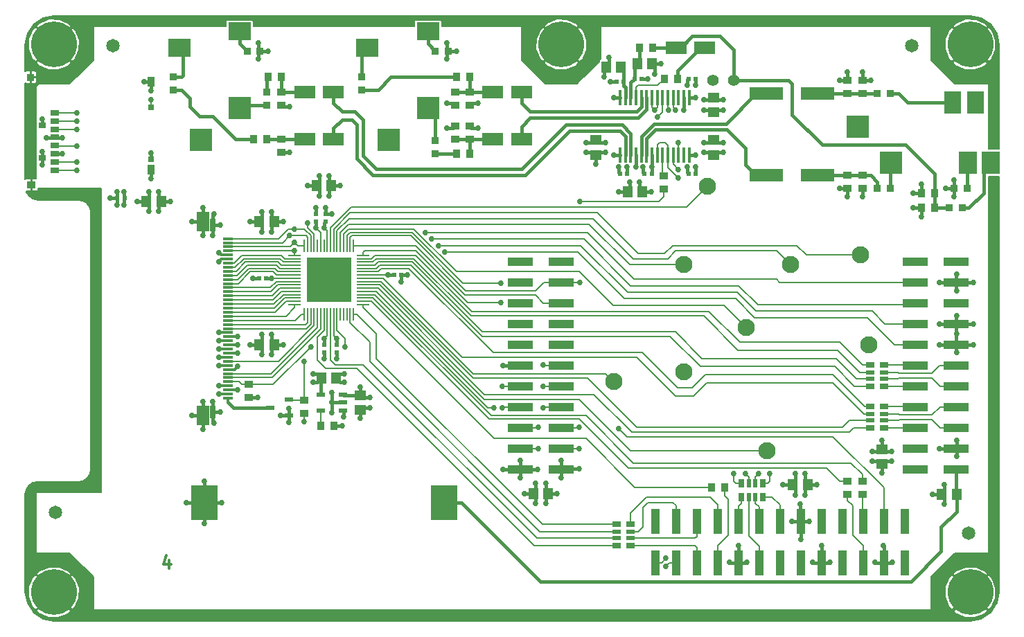
<source format=gbl>
%FSLAX34Y34*%
G04 Gerber Fmt 3.4, Leading zero omitted, Abs format*
G04 (created by PCBNEW (2014-03-01 BZR 4730)-product) date Thursday, July 17, 2014 'AMt' 09:27:46 AM*
%MOIN*%
G01*
G70*
G90*
G04 APERTURE LIST*
%ADD10C,0.006000*%
%ADD11C,0.011811*%
%ADD12R,0.125984X0.165354*%
%ADD13R,0.024400X0.024400*%
%ADD14R,0.163400X0.063000*%
%ADD15R,0.039400X0.037400*%
%ADD16R,0.100400X0.063000*%
%ADD17R,0.037400X0.039400*%
%ADD18C,0.220472*%
%ADD19C,0.023622*%
%ADD20R,0.047244X0.011811*%
%ADD21R,0.031496X0.062992*%
%ADD22R,0.062992X0.094488*%
%ADD23R,0.037400X0.037400*%
%ADD24R,0.124016X0.039370*%
%ADD25R,0.039370X0.124016*%
%ADD26R,0.035400X0.039400*%
%ADD27R,0.039400X0.035400*%
%ADD28C,0.055118*%
%ADD29R,0.019685X0.039370*%
%ADD30R,0.027559X0.039370*%
%ADD31R,0.039370X0.019685*%
%ADD32R,0.039370X0.027559*%
%ADD33R,0.045300X0.057100*%
%ADD34R,0.057100X0.045300*%
%ADD35C,0.065000*%
%ADD36C,0.082677*%
%ADD37R,0.110236X0.086614*%
%ADD38R,0.110236X0.110236*%
%ADD39R,0.086614X0.110236*%
%ADD40R,0.078740X0.110236*%
%ADD41R,0.017700X0.072800*%
%ADD42R,0.043300X0.023600*%
%ADD43R,0.007874X0.059055*%
%ADD44R,0.059055X0.007874*%
%ADD45R,0.216535X0.216535*%
%ADD46R,0.033465X0.047244*%
%ADD47R,0.029528X0.025591*%
%ADD48R,0.033465X0.051181*%
%ADD49R,0.043307X0.037402*%
%ADD50R,0.035433X0.037402*%
%ADD51R,0.037402X0.027559*%
%ADD52R,0.041339X0.027559*%
%ADD53R,0.039400X0.023600*%
%ADD54C,0.027500*%
%ADD55C,0.015748*%
%ADD56C,0.007874*%
G04 APERTURE END LIST*
G54D10*
G54D11*
X30742Y-65778D02*
X30742Y-66172D01*
X30601Y-65553D02*
X30461Y-65975D01*
X30826Y-65975D01*
G54D12*
X43956Y-62992D03*
X32421Y-62992D03*
G54D13*
X56082Y-47165D03*
X55728Y-47165D03*
X53956Y-47165D03*
X53602Y-47165D03*
X52421Y-47165D03*
X52775Y-47165D03*
X55728Y-42598D03*
X56082Y-42598D03*
X52617Y-42755D03*
X52263Y-42755D03*
X53130Y-42598D03*
X53484Y-42598D03*
G54D14*
X59468Y-47244D03*
X61948Y-47244D03*
X59468Y-43307D03*
X61948Y-43307D03*
G54D15*
X64094Y-47874D03*
X64094Y-47244D03*
X64094Y-43307D03*
X64094Y-42677D03*
G54D16*
X56515Y-41102D03*
X55137Y-41102D03*
G54D17*
X67559Y-48110D03*
X66929Y-48110D03*
G54D13*
X28248Y-48346D03*
X28602Y-48346D03*
X37795Y-49468D03*
X37795Y-49114D03*
X38267Y-49468D03*
X38267Y-49114D03*
X41555Y-52047D03*
X41909Y-52047D03*
X38818Y-55413D03*
X38818Y-55767D03*
X38188Y-55413D03*
X38188Y-55767D03*
X35413Y-52204D03*
X35059Y-52204D03*
G54D17*
X38031Y-59291D03*
X38661Y-59291D03*
G54D18*
X49606Y-40944D03*
G54D19*
X49606Y-40078D03*
X48740Y-40944D03*
X49606Y-41811D03*
X50472Y-40944D03*
X50216Y-40334D03*
X48996Y-40334D03*
X48996Y-41555D03*
X50216Y-41555D03*
G54D18*
X69291Y-40944D03*
G54D19*
X69291Y-40078D03*
X68425Y-40944D03*
X69291Y-41811D03*
X70157Y-40944D03*
X69901Y-40334D03*
X68681Y-40334D03*
X68681Y-41555D03*
X69901Y-41555D03*
G54D18*
X69291Y-67322D03*
G54D19*
X69291Y-66456D03*
X68425Y-67322D03*
X69291Y-68188D03*
X70157Y-67322D03*
X69901Y-66712D03*
X68681Y-66712D03*
X68681Y-67933D03*
X69901Y-67933D03*
G54D18*
X25196Y-67322D03*
G54D19*
X25196Y-66456D03*
X24330Y-67322D03*
X25196Y-68188D03*
X26062Y-67322D03*
X25807Y-66712D03*
X24586Y-66712D03*
X24586Y-67933D03*
X25807Y-67933D03*
G54D18*
X25196Y-40944D03*
G54D19*
X25196Y-40078D03*
X24330Y-40944D03*
X25196Y-41811D03*
X26062Y-40944D03*
X25807Y-40334D03*
X24586Y-40334D03*
X24586Y-41555D03*
X25807Y-41555D03*
G54D20*
X33582Y-57972D03*
X33582Y-57775D03*
X33582Y-57578D03*
X33582Y-57381D03*
X33582Y-57185D03*
X33582Y-56988D03*
X33582Y-56791D03*
X33582Y-56594D03*
X33582Y-56397D03*
X33582Y-56200D03*
X33582Y-56003D03*
X33582Y-55807D03*
X33582Y-55610D03*
X33582Y-55413D03*
X33582Y-55216D03*
X33582Y-55019D03*
X33582Y-54822D03*
X33582Y-54625D03*
X33582Y-54429D03*
X33582Y-54232D03*
X33582Y-54035D03*
X33582Y-53838D03*
X33582Y-53641D03*
X33582Y-53444D03*
X33582Y-53248D03*
X33582Y-53051D03*
X33582Y-52854D03*
X33582Y-52657D03*
X33582Y-52460D03*
X33582Y-52263D03*
X33582Y-52066D03*
X33582Y-51870D03*
X33582Y-51673D03*
X33582Y-51476D03*
X33582Y-51279D03*
X33582Y-51082D03*
X33582Y-50885D03*
X33582Y-50688D03*
X33582Y-50492D03*
X33582Y-50295D03*
G54D21*
X32834Y-58641D03*
G54D22*
X32362Y-58799D03*
X32362Y-49468D03*
G54D21*
X32834Y-49625D03*
G54D23*
X65433Y-47874D03*
X64803Y-47874D03*
X65433Y-43307D03*
X64803Y-43307D03*
X69133Y-47874D03*
X68503Y-47874D03*
X68897Y-48818D03*
X68267Y-48818D03*
G54D24*
X66627Y-61397D03*
X68616Y-61397D03*
X66627Y-60397D03*
X68616Y-60397D03*
X66627Y-59397D03*
X68616Y-59397D03*
X66627Y-58397D03*
X68616Y-58397D03*
X66627Y-57397D03*
X68616Y-57397D03*
X66627Y-56397D03*
X68616Y-56397D03*
X66627Y-55397D03*
X68616Y-55397D03*
X66627Y-54397D03*
X68616Y-54397D03*
X66627Y-53397D03*
X68616Y-53397D03*
X66627Y-52397D03*
X68616Y-52397D03*
X66627Y-51397D03*
X68616Y-51397D03*
G54D25*
X66122Y-65891D03*
X66122Y-63903D03*
X65122Y-65891D03*
X65122Y-63903D03*
X64122Y-65891D03*
X64122Y-63903D03*
X63122Y-65891D03*
X63122Y-63903D03*
X62122Y-65891D03*
X62122Y-63903D03*
X61122Y-65891D03*
X61122Y-63903D03*
X60122Y-65891D03*
X60122Y-63903D03*
X59122Y-65891D03*
X59122Y-63903D03*
X58122Y-65891D03*
X58122Y-63903D03*
X57122Y-65891D03*
X57122Y-63903D03*
X56122Y-65891D03*
X56122Y-63903D03*
X55122Y-65891D03*
X55122Y-63903D03*
X54122Y-65891D03*
X54122Y-63903D03*
G54D24*
X47627Y-61397D03*
X49616Y-61397D03*
X47627Y-60397D03*
X49616Y-60397D03*
X47627Y-59397D03*
X49616Y-59397D03*
X47627Y-58397D03*
X49616Y-58397D03*
X47627Y-57397D03*
X49616Y-57397D03*
X47627Y-56397D03*
X49616Y-56397D03*
X47627Y-55397D03*
X49616Y-55397D03*
X47627Y-54397D03*
X49616Y-54397D03*
X47627Y-53397D03*
X49616Y-53397D03*
X47627Y-52397D03*
X49616Y-52397D03*
X47627Y-51397D03*
X49616Y-51397D03*
G54D26*
X55196Y-42598D03*
X54566Y-42598D03*
G54D27*
X63385Y-47874D03*
X63385Y-47244D03*
X63385Y-43307D03*
X63385Y-42677D03*
G54D26*
X67559Y-48818D03*
X66929Y-48818D03*
X53385Y-41102D03*
X54015Y-41102D03*
G54D27*
X34566Y-57322D03*
X34566Y-57952D03*
X37244Y-58700D03*
X37244Y-58070D03*
X54527Y-47913D03*
X54527Y-47283D03*
G54D28*
X57901Y-42677D03*
X56901Y-42677D03*
G54D29*
X58937Y-62736D03*
X58622Y-62736D03*
G54D30*
X59291Y-62736D03*
X58267Y-62736D03*
X58267Y-62066D03*
G54D29*
X58622Y-62066D03*
X58937Y-62066D03*
G54D30*
X59291Y-62066D03*
G54D31*
X52933Y-64409D03*
X52933Y-64724D03*
G54D32*
X52933Y-64055D03*
X52933Y-65078D03*
X52263Y-65078D03*
G54D31*
X52263Y-64724D03*
X52263Y-64409D03*
G54D32*
X52263Y-64055D03*
G54D31*
X65137Y-56732D03*
X65137Y-57047D03*
G54D32*
X65137Y-56377D03*
X65137Y-57401D03*
X64468Y-57401D03*
G54D31*
X64468Y-57047D03*
X64468Y-56732D03*
G54D32*
X64468Y-56377D03*
G54D31*
X65137Y-58740D03*
X65137Y-59055D03*
G54D32*
X65137Y-58385D03*
X65137Y-59409D03*
X64468Y-59409D03*
G54D31*
X64468Y-59055D03*
X64468Y-58740D03*
G54D32*
X64468Y-58385D03*
G54D27*
X64094Y-61968D03*
X64094Y-62598D03*
X63385Y-61968D03*
X63385Y-62598D03*
G54D26*
X56850Y-62283D03*
X57480Y-62283D03*
G54D15*
X45196Y-44881D03*
X45196Y-45511D03*
X45196Y-43228D03*
X45196Y-43858D03*
G54D16*
X47696Y-45511D03*
X46318Y-45511D03*
X47696Y-43228D03*
X46318Y-43228D03*
X38641Y-43228D03*
X37263Y-43228D03*
X38641Y-45511D03*
X37263Y-45511D03*
G54D23*
X43543Y-41259D03*
X44173Y-41259D03*
X43543Y-46220D03*
X43543Y-45590D03*
X40000Y-43149D03*
X40000Y-42519D03*
X35433Y-43858D03*
X35433Y-43228D03*
X30944Y-42519D03*
X30944Y-43149D03*
X34488Y-41259D03*
X35118Y-41259D03*
G54D26*
X45196Y-46220D03*
X44566Y-46220D03*
X45196Y-42519D03*
X44566Y-42519D03*
G54D27*
X44488Y-44881D03*
X44488Y-45511D03*
X44488Y-43228D03*
X44488Y-43858D03*
X36141Y-43858D03*
X36141Y-43228D03*
X36141Y-45511D03*
X36141Y-46141D03*
G54D26*
X35511Y-42519D03*
X36141Y-42519D03*
X34803Y-45511D03*
X35433Y-45511D03*
G54D33*
X68621Y-62598D03*
X67913Y-62598D03*
X38071Y-57007D03*
X38779Y-57007D03*
G54D34*
X39921Y-57834D03*
X39921Y-58542D03*
G54D33*
X35787Y-55393D03*
X35079Y-55393D03*
X35787Y-49488D03*
X35079Y-49488D03*
X38542Y-47755D03*
X37834Y-47755D03*
X48976Y-62559D03*
X48268Y-62559D03*
X29646Y-48503D03*
X30354Y-48503D03*
G54D34*
X56929Y-43504D03*
X56929Y-44212D03*
G54D33*
X53268Y-41889D03*
X53976Y-41889D03*
G54D34*
X51259Y-46259D03*
X51259Y-45551D03*
G54D33*
X53503Y-48031D03*
X52795Y-48031D03*
X52479Y-42047D03*
X51771Y-42047D03*
G54D34*
X56929Y-46259D03*
X56929Y-45551D03*
G54D33*
X60748Y-62125D03*
X61456Y-62125D03*
G54D34*
X65039Y-60433D03*
X65039Y-61141D03*
G54D35*
X28031Y-41023D03*
X66456Y-41023D03*
X25275Y-63464D03*
X69212Y-64488D03*
G54D36*
X55492Y-56711D03*
X60648Y-51555D03*
X58507Y-54570D03*
X55492Y-51555D03*
X56651Y-47775D03*
X64017Y-51082D03*
X64401Y-55414D03*
X59490Y-60492D03*
X52124Y-57185D03*
G54D37*
X34133Y-40314D03*
G54D38*
X34133Y-44015D03*
X32253Y-45551D03*
G54D37*
X31220Y-41102D03*
X43188Y-40314D03*
G54D38*
X43188Y-44015D03*
X41309Y-45551D03*
G54D37*
X40275Y-41102D03*
G54D39*
X70275Y-46653D03*
X69173Y-46653D03*
G54D38*
X65472Y-46653D03*
X63858Y-44901D03*
G54D40*
X68425Y-43740D03*
X69527Y-43740D03*
G54D41*
X55757Y-46259D03*
X55501Y-46259D03*
X55246Y-46259D03*
X54990Y-46259D03*
X54734Y-46259D03*
X54478Y-46259D03*
X54222Y-46259D03*
X53966Y-46259D03*
X53710Y-46259D03*
X53454Y-46259D03*
X53198Y-46259D03*
X52942Y-46259D03*
X52687Y-46259D03*
X52431Y-46259D03*
X52431Y-43503D03*
X52687Y-43503D03*
X52942Y-43503D03*
X53198Y-43503D03*
X53454Y-43503D03*
X53710Y-43503D03*
X53966Y-43503D03*
X54222Y-43503D03*
X54478Y-43503D03*
X54734Y-43503D03*
X54990Y-43503D03*
X55246Y-43503D03*
X55501Y-43503D03*
X55757Y-43503D03*
G54D42*
X39113Y-57814D03*
X39113Y-58188D03*
X39113Y-58562D03*
X38051Y-58562D03*
X38051Y-57814D03*
G54D43*
X37244Y-50629D03*
X37401Y-50629D03*
X37559Y-50629D03*
X37716Y-50629D03*
X37874Y-50629D03*
X38031Y-50629D03*
X38188Y-50629D03*
X38346Y-50629D03*
X38503Y-50629D03*
X38661Y-50629D03*
X38818Y-50629D03*
X38976Y-50629D03*
X39133Y-50629D03*
X39291Y-50629D03*
X39448Y-50629D03*
X39606Y-50629D03*
G54D44*
X40078Y-51102D03*
X40078Y-51259D03*
X40078Y-51417D03*
X40078Y-51574D03*
X40078Y-51732D03*
X40078Y-51889D03*
X40078Y-52047D03*
X40078Y-52204D03*
X40078Y-52362D03*
X40078Y-52519D03*
X40078Y-52677D03*
X40078Y-52834D03*
X40078Y-52992D03*
X40078Y-53149D03*
X40078Y-53307D03*
X40078Y-53464D03*
G54D43*
X39606Y-53937D03*
X39448Y-53937D03*
X39291Y-53937D03*
X39133Y-53937D03*
X38976Y-53937D03*
X38818Y-53937D03*
X38661Y-53937D03*
X38503Y-53937D03*
X38346Y-53937D03*
X38188Y-53937D03*
X38031Y-53937D03*
X37874Y-53937D03*
X37716Y-53937D03*
X37559Y-53937D03*
X37401Y-53937D03*
X37244Y-53937D03*
G54D44*
X36771Y-53464D03*
X36771Y-53307D03*
X36771Y-53149D03*
X36771Y-52992D03*
X36771Y-52834D03*
X36771Y-52677D03*
X36771Y-52519D03*
X36771Y-52362D03*
X36771Y-52204D03*
X36771Y-52047D03*
X36771Y-51889D03*
X36771Y-51732D03*
X36771Y-51574D03*
X36771Y-51417D03*
X36771Y-51259D03*
X36771Y-51102D03*
G54D45*
X38425Y-52283D03*
G54D46*
X29852Y-46978D03*
G54D47*
X29872Y-46486D03*
X29872Y-43986D03*
G54D48*
X29852Y-42746D03*
G54D49*
X24114Y-47706D03*
G54D50*
X24074Y-42529D03*
G54D51*
X24635Y-46407D03*
X24635Y-44832D03*
G54D52*
X25226Y-44242D03*
X25226Y-44635D03*
X25226Y-45029D03*
X25226Y-45423D03*
X25226Y-45816D03*
X25226Y-46210D03*
X25226Y-46604D03*
X25226Y-46998D03*
G54D53*
X36515Y-58051D03*
X36515Y-58799D03*
X35609Y-58425D03*
G54D54*
X35669Y-52204D03*
X36220Y-49488D03*
X35669Y-49960D03*
X35669Y-49015D03*
X35669Y-55866D03*
X36220Y-55393D03*
X35669Y-54921D03*
X37677Y-57204D03*
X37677Y-56811D03*
X38188Y-49763D03*
X33129Y-50964D03*
X38188Y-55118D03*
X38818Y-55118D03*
X33129Y-57775D03*
X25590Y-45433D03*
X24842Y-45433D03*
X38976Y-47755D03*
X38425Y-48228D03*
X38425Y-47283D03*
X39133Y-58858D03*
X40393Y-57952D03*
X39921Y-57440D03*
X48858Y-63031D03*
X49409Y-62559D03*
X48858Y-62086D03*
X29763Y-48976D03*
X29763Y-48031D03*
X65039Y-60000D03*
X65511Y-60551D03*
X64566Y-60551D03*
X60275Y-62125D03*
X60866Y-61614D03*
X60866Y-62637D03*
X41259Y-52047D03*
X28228Y-48661D03*
X28228Y-48031D03*
X27913Y-48346D03*
X29212Y-48503D03*
X49606Y-61811D03*
X50472Y-61377D03*
X49606Y-60984D03*
X61535Y-63897D03*
X60708Y-63897D03*
X61141Y-64763D03*
X61102Y-63070D03*
X67795Y-60393D03*
X68622Y-60787D03*
X68622Y-60000D03*
X37795Y-49763D03*
X33129Y-57381D03*
X53937Y-48031D03*
X53385Y-47559D03*
X52362Y-46850D03*
X56062Y-46850D03*
X56456Y-46141D03*
X57401Y-46141D03*
X56456Y-43622D03*
X57401Y-43622D03*
X55669Y-42913D03*
X51732Y-46141D03*
X50787Y-46141D03*
X51259Y-46692D03*
X53976Y-46850D03*
X55511Y-44094D03*
X52125Y-46259D03*
X56062Y-46259D03*
X57913Y-61614D03*
X55118Y-44094D03*
X55236Y-45669D03*
X58464Y-61614D03*
X59645Y-61614D03*
X55236Y-46968D03*
X55236Y-47362D03*
X59094Y-61614D03*
X54763Y-44094D03*
X54645Y-65669D03*
X54251Y-44448D03*
X54645Y-66062D03*
X50511Y-48503D03*
X50511Y-52401D03*
X37401Y-49527D03*
X37244Y-56220D03*
X37559Y-55511D03*
X39212Y-55511D03*
X46692Y-53385D03*
X46771Y-57401D03*
X46692Y-52440D03*
X46771Y-58425D03*
X46377Y-58425D03*
X52362Y-59448D03*
X50472Y-60393D03*
X29881Y-43622D03*
X48740Y-56377D03*
X26299Y-45826D03*
X26299Y-45039D03*
X48740Y-57401D03*
X48740Y-58425D03*
X26299Y-46614D03*
X48503Y-59370D03*
X26299Y-47007D03*
X26299Y-44251D03*
X50472Y-59370D03*
X26299Y-44645D03*
X48503Y-60393D03*
X36771Y-50472D03*
X43700Y-50629D03*
X36535Y-50157D03*
X43385Y-50314D03*
X44015Y-50944D03*
X36771Y-50866D03*
X43070Y-50000D03*
X36771Y-49842D03*
X37244Y-59094D03*
X36515Y-59133D03*
X36102Y-58799D03*
X36515Y-58464D03*
X29881Y-47401D03*
X29881Y-46181D03*
X29881Y-43188D03*
X29527Y-42755D03*
X24645Y-46102D03*
X25590Y-46220D03*
X24645Y-46732D03*
X24645Y-44527D03*
X35000Y-57952D03*
X27263Y-48129D03*
X27263Y-49311D03*
X27263Y-50492D03*
X27263Y-51673D03*
X24685Y-48267D03*
X25866Y-48267D03*
X35039Y-39862D03*
X32677Y-39862D03*
X42125Y-39862D03*
X44488Y-39862D03*
X45669Y-39862D03*
X46850Y-39862D03*
X48031Y-39862D03*
X48031Y-41043D03*
X48425Y-41929D03*
X49606Y-42519D03*
X50688Y-42027D03*
X51181Y-41043D03*
X51181Y-39862D03*
X52362Y-39862D03*
X53543Y-39862D03*
X54724Y-39862D03*
X55905Y-39862D03*
X57086Y-39862D03*
X58267Y-39862D03*
X59448Y-39862D03*
X60629Y-39862D03*
X61811Y-39862D03*
X62992Y-39862D03*
X64173Y-39862D03*
X65354Y-39862D03*
X66535Y-39862D03*
X70374Y-42519D03*
X67716Y-39862D03*
X67716Y-41043D03*
X68208Y-42027D03*
X69192Y-42519D03*
X26771Y-39862D03*
X24114Y-43110D03*
X24114Y-44291D03*
X24114Y-45472D03*
X24114Y-46653D03*
X25196Y-42519D03*
X26279Y-42027D03*
X26771Y-41043D03*
X27952Y-39862D03*
X29133Y-39862D03*
X30314Y-39862D03*
X31496Y-39862D03*
X36220Y-39862D03*
X37401Y-39862D03*
X40944Y-39862D03*
X39763Y-39862D03*
X38582Y-39862D03*
X70374Y-44881D03*
X70374Y-43700D03*
X27263Y-55216D03*
X27263Y-52854D03*
X26771Y-68405D03*
X24212Y-62401D03*
X24114Y-63385D03*
X24114Y-64566D03*
X24114Y-65748D03*
X25295Y-65748D03*
X26279Y-66240D03*
X26771Y-67224D03*
X29133Y-68405D03*
X27952Y-68405D03*
X27263Y-54133D03*
X27263Y-56397D03*
X27263Y-57578D03*
X27263Y-58759D03*
X27263Y-59940D03*
X27263Y-61122D03*
X27263Y-62303D03*
X26279Y-62303D03*
X25098Y-62303D03*
X66535Y-68405D03*
X65354Y-68405D03*
X64173Y-68405D03*
X62992Y-68405D03*
X61811Y-68405D03*
X60629Y-68405D03*
X59448Y-68405D03*
X58267Y-68405D03*
X57086Y-68405D03*
X55905Y-68405D03*
X54724Y-68405D03*
X53543Y-68405D03*
X52362Y-68405D03*
X51181Y-68405D03*
X50000Y-68405D03*
X48818Y-68405D03*
X47637Y-68405D03*
X46456Y-68405D03*
X45275Y-68405D03*
X44094Y-68405D03*
X42913Y-68405D03*
X41732Y-68405D03*
X40551Y-68405D03*
X39370Y-68405D03*
X38188Y-68405D03*
X37007Y-68405D03*
X35826Y-68405D03*
X34645Y-68405D03*
X33464Y-68405D03*
X32283Y-68405D03*
X31102Y-68405D03*
X67716Y-68405D03*
X29921Y-68405D03*
X70374Y-48031D03*
X70374Y-49212D03*
X70374Y-50393D03*
X70374Y-51574D03*
X70374Y-52755D03*
X70374Y-53937D03*
X70374Y-55118D03*
X70374Y-56299D03*
X70374Y-57480D03*
X70374Y-58661D03*
X70374Y-59842D03*
X70374Y-61023D03*
X70374Y-62204D03*
X70374Y-63385D03*
X70374Y-64566D03*
X70374Y-65748D03*
X69192Y-65748D03*
X68208Y-66240D03*
X67716Y-67224D03*
X34763Y-52204D03*
X37401Y-47755D03*
X37952Y-47283D03*
X37952Y-48228D03*
X38582Y-49094D03*
X38267Y-48818D03*
X37795Y-48818D03*
X34645Y-49488D03*
X35196Y-49960D03*
X35196Y-49015D03*
X35196Y-54921D03*
X34645Y-55393D03*
X35196Y-55866D03*
X39921Y-58937D03*
X40393Y-58425D03*
X39173Y-57204D03*
X39173Y-56811D03*
X42204Y-52047D03*
X41889Y-52362D03*
X47834Y-62559D03*
X48385Y-62086D03*
X48385Y-63031D03*
X67480Y-62598D03*
X68031Y-63070D03*
X68031Y-62125D03*
X69448Y-55393D03*
X69448Y-54409D03*
X69448Y-52401D03*
X52362Y-48031D03*
X52913Y-47559D03*
X52755Y-46850D03*
X55669Y-46850D03*
X56456Y-45669D03*
X57401Y-45669D03*
X57401Y-44094D03*
X56456Y-44094D03*
X56062Y-42913D03*
X54409Y-41889D03*
X54094Y-42362D03*
X53779Y-42598D03*
X51653Y-42519D03*
X51968Y-42755D03*
X51889Y-41574D03*
X45590Y-44960D03*
X44094Y-44960D03*
X44094Y-43779D03*
X45590Y-43779D03*
X36535Y-43937D03*
X36535Y-46141D03*
X30236Y-48976D03*
X30787Y-48503D03*
X30236Y-48031D03*
X28582Y-48661D03*
X28582Y-48031D03*
X35039Y-41653D03*
X35511Y-41259D03*
X44566Y-41259D03*
X44094Y-40866D03*
X35039Y-40866D03*
X50787Y-45669D03*
X51732Y-45669D03*
X44094Y-41653D03*
X32421Y-61968D03*
X65039Y-61574D03*
X65511Y-61023D03*
X64566Y-61023D03*
X61338Y-61614D03*
X61889Y-62125D03*
X61338Y-62637D03*
X68503Y-47480D03*
X66535Y-48110D03*
X66929Y-47677D03*
X52125Y-43503D03*
X63385Y-42283D03*
X64094Y-42283D03*
X68622Y-52007D03*
X68622Y-55787D03*
X66929Y-49251D03*
X66535Y-48818D03*
X32362Y-50137D03*
X32834Y-50137D03*
X33188Y-49625D03*
X32893Y-49094D03*
X31850Y-49468D03*
X32362Y-48799D03*
X32834Y-58129D03*
X31850Y-58799D03*
X32362Y-58129D03*
X32362Y-59468D03*
X32893Y-59173D03*
X33188Y-58641D03*
X32421Y-64015D03*
X31574Y-62992D03*
X33267Y-62992D03*
X64094Y-48267D03*
X63385Y-48267D03*
X62992Y-47874D03*
X62992Y-42677D03*
X64488Y-42677D03*
X68503Y-48267D03*
X68110Y-47874D03*
X39055Y-59291D03*
X38582Y-58188D03*
X38582Y-58661D03*
X38582Y-57716D03*
X53543Y-46850D03*
X53188Y-46850D03*
X54094Y-44094D03*
X56062Y-43503D03*
X38425Y-52283D03*
X38425Y-53149D03*
X39291Y-52283D03*
X37559Y-52283D03*
X38425Y-51417D03*
X39291Y-53149D03*
X37559Y-53149D03*
X39291Y-51417D03*
X37559Y-51417D03*
X61712Y-65885D03*
X62539Y-65885D03*
X62125Y-65059D03*
X57716Y-65885D03*
X58543Y-65885D03*
X58129Y-65059D03*
X46791Y-56397D03*
X48464Y-61397D03*
X46791Y-61397D03*
X47637Y-61811D03*
X47637Y-60984D03*
X64704Y-65885D03*
X65531Y-65885D03*
X65118Y-65059D03*
X34035Y-56456D03*
X33129Y-56397D03*
X34035Y-55019D03*
X33129Y-54822D03*
X67795Y-55393D03*
X68622Y-54881D03*
X67795Y-54409D03*
X68622Y-54015D03*
X68622Y-52795D03*
X67795Y-52401D03*
X33129Y-51397D03*
X34035Y-57578D03*
X34035Y-55807D03*
X34035Y-55413D03*
X33129Y-56003D03*
X33129Y-55610D03*
X33129Y-55216D03*
X38188Y-56062D03*
X38818Y-56062D03*
G54D55*
X35413Y-52204D02*
X35669Y-52204D01*
G54D56*
X35669Y-52204D02*
X36771Y-52204D01*
G54D55*
X35787Y-49488D02*
X36220Y-49488D01*
X35787Y-49488D02*
X35669Y-49605D01*
X35669Y-49605D02*
X35669Y-49960D01*
X35787Y-49488D02*
X35669Y-49370D01*
X35669Y-49370D02*
X35669Y-49015D01*
X35787Y-55393D02*
X35669Y-55511D01*
X35669Y-55511D02*
X35669Y-55866D01*
X35787Y-55393D02*
X36220Y-55393D01*
X35787Y-55393D02*
X35669Y-55275D01*
X35669Y-55275D02*
X35669Y-54921D01*
X38071Y-57007D02*
X37874Y-57204D01*
X37874Y-57204D02*
X37677Y-57204D01*
X38071Y-57007D02*
X37874Y-56811D01*
X37874Y-56811D02*
X37677Y-56811D01*
X38051Y-57814D02*
X38051Y-57027D01*
X38051Y-57027D02*
X38071Y-57007D01*
X38188Y-49763D02*
X38188Y-49547D01*
X38188Y-49547D02*
X38267Y-49468D01*
G54D56*
X38346Y-50629D02*
X38346Y-49921D01*
X38346Y-49921D02*
X38188Y-49763D01*
G54D11*
X33582Y-51082D02*
X33248Y-51082D01*
X33248Y-51082D02*
X33129Y-50964D01*
G54D55*
X38188Y-55413D02*
X38188Y-55118D01*
G54D56*
X38346Y-54960D02*
X38346Y-53937D01*
X38346Y-54960D02*
X38188Y-55118D01*
G54D55*
X38818Y-55413D02*
X38818Y-55118D01*
G54D56*
X38661Y-54960D02*
X38818Y-55118D01*
X38661Y-54960D02*
X38661Y-53937D01*
G54D11*
X33582Y-57775D02*
X33129Y-57775D01*
G54D55*
X25226Y-45423D02*
X25236Y-45433D01*
X25236Y-45433D02*
X25590Y-45433D01*
X25226Y-45423D02*
X25216Y-45433D01*
X25216Y-45433D02*
X24842Y-45433D01*
X38542Y-47755D02*
X38976Y-47755D01*
X38542Y-47755D02*
X38425Y-47873D01*
X38425Y-47873D02*
X38425Y-48228D01*
X38542Y-47755D02*
X38425Y-47638D01*
X38425Y-47638D02*
X38425Y-47283D01*
X39113Y-58562D02*
X39133Y-58583D01*
X39133Y-58583D02*
X39133Y-58858D01*
X39113Y-57814D02*
X39133Y-57834D01*
X39133Y-57834D02*
X39921Y-57834D01*
X39921Y-57834D02*
X40039Y-57952D01*
X40039Y-57952D02*
X40393Y-57952D01*
X39921Y-57834D02*
X39921Y-57440D01*
X48976Y-62559D02*
X48858Y-62676D01*
X48858Y-62676D02*
X48858Y-63031D01*
X48976Y-62559D02*
X49409Y-62559D01*
X48976Y-62559D02*
X48858Y-62441D01*
X48858Y-62441D02*
X48858Y-62086D01*
X29646Y-48503D02*
X29763Y-48621D01*
X29763Y-48621D02*
X29763Y-48976D01*
X29646Y-48503D02*
X29763Y-48386D01*
X29763Y-48386D02*
X29763Y-48031D01*
X65039Y-60433D02*
X65039Y-60000D01*
X65039Y-60433D02*
X65157Y-60551D01*
X65157Y-60551D02*
X65511Y-60551D01*
X65039Y-60433D02*
X64921Y-60551D01*
X64921Y-60551D02*
X64566Y-60551D01*
X60748Y-62125D02*
X60275Y-62125D01*
X60748Y-62125D02*
X60866Y-62008D01*
X60866Y-62008D02*
X60866Y-61614D01*
X60748Y-62125D02*
X60866Y-62243D01*
X60866Y-62243D02*
X60866Y-62637D01*
X41555Y-52047D02*
X41259Y-52047D01*
G54D56*
X41259Y-52047D02*
X40314Y-52047D01*
G54D55*
X28248Y-48346D02*
X28248Y-48641D01*
X28248Y-48641D02*
X28228Y-48661D01*
X28248Y-48346D02*
X28248Y-48051D01*
X28248Y-48051D02*
X28228Y-48031D01*
X28248Y-48346D02*
X27913Y-48346D01*
X29646Y-48503D02*
X29212Y-48503D01*
X49616Y-61397D02*
X49606Y-61407D01*
X49606Y-61407D02*
X49606Y-61811D01*
X49616Y-61397D02*
X49635Y-61377D01*
X49635Y-61377D02*
X50472Y-61377D01*
X49616Y-61397D02*
X49606Y-61387D01*
X49606Y-61387D02*
X49606Y-60984D01*
X61122Y-63903D02*
X61127Y-63897D01*
X61127Y-63897D02*
X61535Y-63897D01*
X61122Y-63903D02*
X61116Y-63897D01*
X61116Y-63897D02*
X60708Y-63897D01*
X61122Y-63903D02*
X61141Y-63923D01*
X61141Y-63923D02*
X61141Y-64763D01*
X61122Y-63903D02*
X61102Y-63883D01*
X61102Y-63883D02*
X61102Y-63070D01*
X68616Y-60397D02*
X68612Y-60393D01*
X68612Y-60393D02*
X67795Y-60393D01*
X68616Y-60397D02*
X68622Y-60403D01*
X68622Y-60403D02*
X68622Y-60787D01*
X68616Y-60397D02*
X68622Y-60391D01*
X68622Y-60391D02*
X68622Y-60000D01*
X37795Y-49468D02*
X37795Y-49763D01*
G54D56*
X38031Y-50000D02*
X38031Y-50629D01*
X38031Y-50000D02*
X37795Y-49763D01*
G54D11*
X33582Y-57381D02*
X33129Y-57381D01*
G54D55*
X53503Y-48031D02*
X53937Y-48031D01*
X53503Y-48031D02*
X53385Y-47913D01*
X53385Y-47913D02*
X53385Y-47559D01*
X52421Y-47165D02*
X52362Y-47106D01*
X52362Y-47106D02*
X52362Y-46850D01*
X56082Y-47165D02*
X56062Y-47145D01*
X56062Y-47145D02*
X56062Y-46850D01*
X56929Y-46259D02*
X56811Y-46141D01*
X56811Y-46141D02*
X56456Y-46141D01*
X56929Y-46259D02*
X57046Y-46141D01*
X57046Y-46141D02*
X57401Y-46141D01*
X56929Y-43504D02*
X56811Y-43622D01*
X56811Y-43622D02*
X56456Y-43622D01*
X56929Y-43504D02*
X57046Y-43622D01*
X57046Y-43622D02*
X57401Y-43622D01*
X55728Y-42598D02*
X55669Y-42657D01*
X55669Y-42657D02*
X55669Y-42913D01*
X51259Y-46259D02*
X51377Y-46141D01*
X51377Y-46141D02*
X51732Y-46141D01*
X51259Y-46259D02*
X51142Y-46141D01*
X51142Y-46141D02*
X50787Y-46141D01*
X51259Y-46259D02*
X51259Y-46692D01*
X53966Y-46259D02*
X53966Y-46840D01*
X53966Y-46840D02*
X53976Y-46850D01*
X53956Y-46870D02*
X53956Y-47165D01*
X53956Y-46870D02*
X53976Y-46850D01*
X55501Y-43503D02*
X55501Y-44084D01*
X55501Y-44084D02*
X55511Y-44094D01*
X52431Y-46259D02*
X52126Y-46259D01*
X52126Y-46259D02*
X52125Y-46259D01*
X55757Y-46259D02*
X56062Y-46259D01*
X56062Y-46259D02*
X56062Y-46259D01*
G54D56*
X58267Y-62736D02*
X58267Y-63031D01*
X58122Y-63177D02*
X58122Y-63903D01*
X58267Y-63031D02*
X58122Y-63177D01*
X58267Y-62066D02*
X58011Y-62066D01*
X57913Y-61968D02*
X57913Y-61614D01*
X58011Y-62066D02*
X57913Y-61968D01*
X54990Y-43966D02*
X55118Y-44094D01*
X54990Y-43966D02*
X54990Y-43503D01*
X54478Y-46259D02*
X54478Y-47234D01*
X54478Y-47234D02*
X54527Y-47283D01*
X58622Y-62736D02*
X58622Y-64606D01*
X59122Y-65106D02*
X59122Y-65891D01*
X58622Y-64606D02*
X59122Y-65106D01*
X55246Y-46259D02*
X55246Y-45679D01*
X55246Y-45679D02*
X55236Y-45669D01*
X58622Y-61771D02*
X58464Y-61614D01*
X58622Y-62066D02*
X58622Y-61771D01*
X59291Y-62736D02*
X59744Y-62736D01*
X60122Y-63114D02*
X60122Y-63903D01*
X59744Y-62736D02*
X60122Y-63114D01*
X59547Y-62066D02*
X59645Y-61968D01*
X59645Y-61968D02*
X59645Y-61614D01*
X59291Y-62066D02*
X59547Y-62066D01*
X54990Y-46722D02*
X54990Y-46259D01*
X54990Y-46722D02*
X55236Y-46968D01*
X58937Y-62736D02*
X58937Y-63031D01*
X59122Y-63216D02*
X59122Y-63903D01*
X58937Y-63031D02*
X59122Y-63216D01*
X54734Y-46860D02*
X54734Y-46259D01*
X54734Y-46860D02*
X55236Y-47362D01*
X54222Y-46259D02*
X54222Y-45777D01*
X54222Y-45777D02*
X54330Y-45669D01*
X54330Y-45669D02*
X54606Y-45669D01*
X54606Y-45669D02*
X54734Y-45797D01*
X54734Y-45797D02*
X54734Y-46259D01*
X58937Y-61771D02*
X59094Y-61614D01*
X58937Y-62066D02*
X58937Y-61771D01*
G54D55*
X59468Y-47244D02*
X58976Y-47244D01*
X58464Y-45944D02*
X57559Y-45039D01*
X57559Y-45039D02*
X54133Y-45039D01*
X54133Y-45039D02*
X53710Y-45462D01*
X53710Y-45462D02*
X53710Y-46259D01*
X58976Y-47244D02*
X58464Y-46732D01*
X58464Y-46732D02*
X58464Y-45944D01*
X53710Y-43503D02*
X53710Y-44084D01*
X47696Y-44901D02*
X47696Y-45511D01*
X48110Y-44488D02*
X47696Y-44901D01*
X53307Y-44488D02*
X48110Y-44488D01*
X53710Y-44084D02*
X53307Y-44488D01*
X47716Y-46929D02*
X40708Y-46929D01*
X47716Y-46929D02*
X49843Y-44802D01*
X52942Y-46259D02*
X52942Y-45225D01*
X52519Y-44802D02*
X49843Y-44802D01*
X52942Y-45225D02*
X52519Y-44802D01*
X38641Y-43759D02*
X38641Y-43228D01*
X39055Y-44173D02*
X38641Y-43759D01*
X39685Y-44173D02*
X39055Y-44173D01*
X40078Y-44566D02*
X39685Y-44173D01*
X40078Y-46299D02*
X40078Y-44566D01*
X40708Y-46929D02*
X40078Y-46299D01*
X53385Y-41102D02*
X53385Y-41772D01*
X53385Y-41772D02*
X53268Y-41889D01*
X53268Y-41889D02*
X53130Y-42027D01*
X53130Y-42027D02*
X53130Y-42598D01*
X53130Y-42598D02*
X52942Y-42786D01*
X52942Y-42786D02*
X52942Y-43503D01*
G54D56*
X53198Y-43503D02*
X53198Y-43021D01*
X54251Y-42913D02*
X54566Y-42598D01*
X53307Y-42913D02*
X54251Y-42913D01*
X53198Y-43021D02*
X53307Y-42913D01*
G54D55*
X59468Y-43307D02*
X58976Y-43307D01*
X58976Y-43307D02*
X57519Y-44763D01*
X54055Y-44763D02*
X53454Y-45364D01*
X57519Y-44763D02*
X54055Y-44763D01*
X53454Y-46259D02*
X53454Y-45364D01*
X53454Y-43503D02*
X53454Y-43947D01*
X47696Y-43759D02*
X47696Y-43228D01*
X48110Y-44173D02*
X47696Y-43759D01*
X53228Y-44173D02*
X48110Y-44173D01*
X53454Y-43947D02*
X53228Y-44173D01*
X39527Y-44566D02*
X39763Y-44803D01*
X47874Y-47244D02*
X40551Y-47244D01*
X47874Y-47244D02*
X50000Y-45118D01*
X52687Y-46259D02*
X52687Y-45363D01*
X52442Y-45118D02*
X50000Y-45118D01*
X52687Y-45363D02*
X52442Y-45118D01*
X39763Y-46456D02*
X39763Y-44803D01*
X40551Y-47244D02*
X39763Y-46456D01*
X38641Y-44980D02*
X38641Y-45511D01*
X39055Y-44566D02*
X38641Y-44980D01*
X39527Y-44566D02*
X39055Y-44566D01*
G54D56*
X54423Y-65891D02*
X54645Y-65669D01*
X54122Y-65891D02*
X54423Y-65891D01*
X54734Y-43503D02*
X54734Y-44065D01*
X54734Y-44065D02*
X54763Y-44094D01*
X54816Y-65891D02*
X55122Y-65891D01*
X54816Y-65891D02*
X54645Y-66062D01*
X54478Y-43503D02*
X54478Y-44222D01*
X54478Y-44222D02*
X54251Y-44448D01*
G54D55*
X52687Y-43503D02*
X52687Y-43002D01*
X52617Y-42932D02*
X52617Y-42755D01*
X52687Y-43002D02*
X52617Y-42932D01*
X52479Y-42047D02*
X52617Y-42185D01*
X52617Y-42185D02*
X52617Y-42755D01*
G54D56*
X49616Y-53397D02*
X48751Y-53397D01*
X42598Y-50629D02*
X39606Y-50629D01*
X44980Y-53011D02*
X42598Y-50629D01*
X48366Y-53011D02*
X44980Y-53011D01*
X48751Y-53397D02*
X48366Y-53011D01*
X54291Y-48503D02*
X50511Y-48503D01*
X54527Y-47913D02*
X54527Y-48267D01*
X50507Y-52397D02*
X49616Y-52397D01*
X50507Y-52397D02*
X50511Y-52401D01*
X54527Y-48267D02*
X54291Y-48503D01*
X49616Y-52397D02*
X48783Y-52397D01*
X39448Y-50236D02*
X39448Y-50629D01*
X39527Y-50157D02*
X39448Y-50236D01*
X42362Y-50157D02*
X39527Y-50157D01*
X45000Y-52795D02*
X42362Y-50157D01*
X48385Y-52795D02*
X45000Y-52795D01*
X48783Y-52397D02*
X48385Y-52795D01*
X65137Y-58740D02*
X65826Y-58740D01*
X67822Y-58397D02*
X68616Y-58397D01*
X67440Y-58779D02*
X67822Y-58397D01*
X65866Y-58779D02*
X67440Y-58779D01*
X65826Y-58740D02*
X65866Y-58779D01*
X55118Y-57874D02*
X55984Y-57874D01*
X64173Y-58740D02*
X64468Y-58740D01*
X62677Y-57244D02*
X64173Y-58740D01*
X56614Y-57244D02*
X62677Y-57244D01*
X55984Y-57874D02*
X56614Y-57244D01*
X53248Y-56003D02*
X44822Y-56003D01*
X41023Y-52204D02*
X40078Y-52204D01*
X44822Y-56003D02*
X41023Y-52204D01*
X55118Y-57874D02*
X53248Y-56003D01*
X65137Y-58385D02*
X66616Y-58385D01*
X66616Y-58385D02*
X66627Y-58397D01*
X53503Y-55787D02*
X46338Y-55787D01*
X64212Y-58385D02*
X62677Y-56850D01*
X62677Y-56850D02*
X56535Y-56850D01*
X56535Y-56850D02*
X55905Y-57480D01*
X55905Y-57480D02*
X55196Y-57480D01*
X55196Y-57480D02*
X53503Y-55787D01*
X64468Y-58385D02*
X64212Y-58385D01*
X40078Y-51888D02*
X40078Y-51889D01*
X40788Y-51888D02*
X40078Y-51888D01*
X40946Y-51731D02*
X40788Y-51888D01*
X42282Y-51731D02*
X40946Y-51731D01*
X46338Y-55787D02*
X42282Y-51731D01*
X65137Y-57047D02*
X65787Y-57047D01*
X67830Y-57397D02*
X68616Y-57397D01*
X67440Y-57007D02*
X67830Y-57397D01*
X65826Y-57007D02*
X67440Y-57007D01*
X65787Y-57047D02*
X65826Y-57007D01*
X55098Y-54783D02*
X56377Y-56062D01*
X40078Y-51574D02*
X40629Y-51574D01*
X40629Y-51574D02*
X40787Y-51417D01*
X55098Y-54783D02*
X45807Y-54783D01*
X45807Y-54783D02*
X42440Y-51417D01*
X40787Y-51417D02*
X42440Y-51417D01*
X63818Y-57047D02*
X64468Y-57047D01*
X62834Y-56062D02*
X63818Y-57047D01*
X56377Y-56062D02*
X62834Y-56062D01*
X65137Y-57401D02*
X66624Y-57401D01*
X66624Y-57401D02*
X66627Y-57397D01*
X54842Y-55000D02*
X56299Y-56456D01*
X40866Y-51574D02*
X42362Y-51574D01*
X40078Y-51732D02*
X40708Y-51732D01*
X45787Y-55000D02*
X42362Y-51574D01*
X45787Y-55000D02*
X54842Y-55000D01*
X40708Y-51732D02*
X40866Y-51574D01*
X63700Y-57401D02*
X64468Y-57401D01*
X62755Y-56456D02*
X63700Y-57401D01*
X56299Y-56456D02*
X62755Y-56456D01*
X40078Y-51731D02*
X40078Y-51732D01*
X40079Y-51732D02*
X40078Y-51731D01*
X65137Y-56732D02*
X65787Y-56732D01*
X67814Y-56397D02*
X68616Y-56397D01*
X67440Y-56771D02*
X67814Y-56397D01*
X65826Y-56771D02*
X67440Y-56771D01*
X65787Y-56732D02*
X65826Y-56771D01*
X56456Y-54015D02*
X58110Y-55669D01*
X40709Y-51259D02*
X42518Y-51259D01*
X40078Y-51417D02*
X40551Y-51417D01*
X45275Y-54015D02*
X56456Y-54015D01*
X42518Y-51259D02*
X45275Y-54015D01*
X40551Y-51417D02*
X40709Y-51259D01*
X63976Y-56732D02*
X64468Y-56732D01*
X62913Y-55669D02*
X63976Y-56732D01*
X58110Y-55669D02*
X62913Y-55669D01*
X40078Y-51416D02*
X40078Y-51417D01*
X40079Y-51417D02*
X40078Y-51416D01*
X40078Y-51418D02*
X40078Y-51417D01*
X65137Y-56377D02*
X66608Y-56377D01*
X66608Y-56377D02*
X66627Y-56397D01*
X58188Y-55275D02*
X62992Y-55275D01*
X62992Y-55275D02*
X64094Y-56377D01*
X40472Y-51259D02*
X40629Y-51102D01*
X58188Y-55275D02*
X56712Y-53799D01*
X56712Y-53799D02*
X45295Y-53799D01*
X45295Y-53799D02*
X42598Y-51102D01*
X64468Y-56377D02*
X64094Y-56377D01*
X40472Y-51259D02*
X40078Y-51259D01*
X40629Y-51102D02*
X42598Y-51102D01*
X65137Y-59055D02*
X65826Y-59055D01*
X67822Y-59397D02*
X68616Y-59397D01*
X67440Y-59015D02*
X67822Y-59397D01*
X65866Y-59015D02*
X67440Y-59015D01*
X65826Y-59055D02*
X65866Y-59015D01*
X40078Y-52519D02*
X40866Y-52519D01*
X63464Y-59055D02*
X64468Y-59055D01*
X63149Y-59370D02*
X63464Y-59055D01*
X53228Y-59370D02*
X63149Y-59370D01*
X50866Y-57007D02*
X53228Y-59370D01*
X45354Y-57007D02*
X50866Y-57007D01*
X40866Y-52519D02*
X45354Y-57007D01*
X65137Y-59409D02*
X66616Y-59409D01*
X66616Y-59409D02*
X66627Y-59397D01*
X40078Y-52677D02*
X40787Y-52677D01*
X63661Y-59409D02*
X64468Y-59409D01*
X63464Y-59606D02*
X63661Y-59409D01*
X52992Y-59606D02*
X63464Y-59606D01*
X51181Y-57795D02*
X52992Y-59606D01*
X45905Y-57795D02*
X51181Y-57795D01*
X40787Y-52677D02*
X45905Y-57795D01*
X37244Y-58070D02*
X37244Y-56220D01*
X37716Y-50078D02*
X37716Y-50629D01*
X37401Y-49763D02*
X37716Y-50078D01*
X37401Y-49527D02*
X37401Y-49763D01*
X37244Y-58070D02*
X36535Y-58070D01*
X36515Y-58051D02*
X36515Y-58051D01*
X36535Y-58070D02*
X36515Y-58051D01*
X36771Y-51417D02*
X36220Y-51417D01*
X33917Y-51673D02*
X33582Y-51673D01*
X34329Y-51260D02*
X33917Y-51673D01*
X36063Y-51260D02*
X34329Y-51260D01*
X36220Y-51417D02*
X36063Y-51260D01*
X36771Y-51574D02*
X36141Y-51574D01*
X33956Y-51870D02*
X33582Y-51870D01*
X34409Y-51417D02*
X33956Y-51870D01*
X35984Y-51417D02*
X34409Y-51417D01*
X36141Y-51574D02*
X35984Y-51417D01*
X36771Y-53149D02*
X36299Y-53149D01*
X35807Y-53641D02*
X33582Y-53641D01*
X36299Y-53149D02*
X35807Y-53641D01*
X36771Y-53307D02*
X36377Y-53307D01*
X35846Y-53838D02*
X33582Y-53838D01*
X36377Y-53307D02*
X35846Y-53838D01*
X36771Y-53464D02*
X36771Y-53622D01*
X36358Y-54035D02*
X33582Y-54035D01*
X36771Y-53622D02*
X36358Y-54035D01*
X33582Y-54232D02*
X36791Y-54232D01*
X37086Y-53937D02*
X37244Y-53937D01*
X36791Y-54232D02*
X37086Y-53937D01*
X33582Y-54429D02*
X37303Y-54429D01*
X37401Y-54330D02*
X37401Y-53937D01*
X37303Y-54429D02*
X37401Y-54330D01*
X37559Y-53937D02*
X37559Y-54409D01*
X37342Y-54625D02*
X33582Y-54625D01*
X37559Y-54409D02*
X37342Y-54625D01*
X36771Y-51732D02*
X36062Y-51732D01*
X33996Y-52066D02*
X33582Y-52066D01*
X34486Y-51576D02*
X33996Y-52066D01*
X35907Y-51576D02*
X34486Y-51576D01*
X36062Y-51732D02*
X35907Y-51576D01*
X33582Y-52263D02*
X34035Y-52263D01*
X35984Y-51889D02*
X36771Y-51889D01*
X35827Y-51733D02*
X35984Y-51889D01*
X34566Y-51733D02*
X35827Y-51733D01*
X34035Y-52263D02*
X34566Y-51733D01*
X36771Y-52047D02*
X35905Y-52047D01*
X35905Y-52047D02*
X35748Y-51889D01*
X35748Y-51889D02*
X34645Y-51889D01*
X34645Y-51889D02*
X34074Y-52460D01*
X34074Y-52460D02*
X33582Y-52460D01*
X36771Y-52362D02*
X35905Y-52362D01*
X35610Y-52657D02*
X33582Y-52657D01*
X35905Y-52362D02*
X35610Y-52657D01*
X36771Y-52519D02*
X35984Y-52519D01*
X35649Y-52854D02*
X33582Y-52854D01*
X35984Y-52519D02*
X35649Y-52854D01*
X36771Y-52677D02*
X36062Y-52677D01*
X35688Y-53051D02*
X33582Y-53051D01*
X36062Y-52677D02*
X35688Y-53051D01*
X36771Y-52834D02*
X36141Y-52834D01*
X35728Y-53248D02*
X33582Y-53248D01*
X36141Y-52834D02*
X35728Y-53248D01*
X36771Y-52992D02*
X36220Y-52992D01*
X35767Y-53444D02*
X33582Y-53444D01*
X36220Y-52992D02*
X35767Y-53444D01*
X33582Y-56791D02*
X35649Y-56791D01*
X37873Y-53938D02*
X37874Y-53937D01*
X37873Y-54567D02*
X37873Y-53938D01*
X35649Y-56791D02*
X37873Y-54567D01*
X34566Y-57322D02*
X34251Y-57322D01*
X34114Y-57185D02*
X33582Y-57185D01*
X34251Y-57322D02*
X34114Y-57185D01*
X34566Y-57322D02*
X34566Y-57322D01*
X39212Y-55511D02*
X39212Y-55118D01*
X39212Y-55118D02*
X38818Y-54724D01*
X38818Y-54724D02*
X38818Y-53937D01*
X35748Y-57322D02*
X37559Y-55511D01*
X34566Y-57322D02*
X35748Y-57322D01*
X38031Y-53937D02*
X38031Y-54645D01*
X35688Y-56988D02*
X33582Y-56988D01*
X38031Y-54645D02*
X35688Y-56988D01*
X33582Y-51476D02*
X33877Y-51476D01*
X36299Y-51259D02*
X36771Y-51259D01*
X36141Y-51102D02*
X36299Y-51259D01*
X34251Y-51102D02*
X36141Y-51102D01*
X33877Y-51476D02*
X34251Y-51102D01*
X37716Y-53937D02*
X37716Y-54488D01*
X36003Y-56200D02*
X37716Y-54488D01*
X36003Y-56200D02*
X33582Y-56200D01*
X45118Y-53385D02*
X46692Y-53385D01*
X42598Y-50866D02*
X45118Y-53385D01*
X40078Y-51102D02*
X40078Y-50944D01*
X40078Y-50944D02*
X40157Y-50866D01*
X40157Y-50866D02*
X42598Y-50866D01*
X46775Y-57397D02*
X46771Y-57401D01*
X46775Y-57397D02*
X47627Y-57397D01*
X47624Y-57401D02*
X47627Y-57397D01*
X47637Y-57387D02*
X47627Y-57397D01*
X39291Y-50155D02*
X39447Y-50000D01*
X39291Y-50629D02*
X39291Y-50155D01*
X44881Y-52440D02*
X46692Y-52440D01*
X42440Y-50000D02*
X44881Y-52440D01*
X39447Y-50000D02*
X42440Y-50000D01*
X46799Y-58397D02*
X46771Y-58425D01*
X46799Y-58397D02*
X47627Y-58397D01*
X57480Y-62283D02*
X57480Y-62677D01*
X57637Y-62834D02*
X57637Y-64566D01*
X57480Y-62677D02*
X57637Y-62834D01*
X57122Y-65891D02*
X57122Y-65082D01*
X57122Y-65082D02*
X57637Y-64566D01*
X56850Y-62283D02*
X53149Y-62283D01*
X40078Y-53622D02*
X40078Y-53464D01*
X46377Y-59921D02*
X40078Y-53622D01*
X50787Y-59921D02*
X46377Y-59921D01*
X53149Y-62283D02*
X50787Y-59921D01*
X52933Y-64055D02*
X52933Y-63523D01*
X57122Y-63106D02*
X57122Y-63903D01*
X56771Y-62755D02*
X57122Y-63106D01*
X53700Y-62755D02*
X56771Y-62755D01*
X52933Y-63523D02*
X53700Y-62755D01*
X52933Y-65078D02*
X56023Y-65078D01*
X56122Y-65177D02*
X56122Y-65891D01*
X56023Y-65078D02*
X56122Y-65177D01*
X38267Y-56535D02*
X39763Y-56535D01*
X38188Y-53937D02*
X38188Y-54724D01*
X37874Y-56141D02*
X38267Y-56535D01*
X37874Y-55039D02*
X37874Y-56141D01*
X38188Y-54724D02*
X37874Y-55039D01*
X48307Y-65078D02*
X52263Y-65078D01*
X39763Y-56535D02*
X48307Y-65078D01*
X40708Y-56062D02*
X40708Y-54881D01*
X39763Y-53937D02*
X39606Y-53937D01*
X40708Y-54881D02*
X39763Y-53937D01*
X52263Y-64055D02*
X48700Y-64055D01*
X48700Y-64055D02*
X40708Y-56062D01*
X39605Y-53937D02*
X39606Y-53937D01*
X63385Y-62598D02*
X63385Y-62913D01*
X64122Y-65066D02*
X64122Y-65891D01*
X63622Y-64566D02*
X64122Y-65066D01*
X63622Y-63149D02*
X63622Y-64566D01*
X63385Y-62913D02*
X63622Y-63149D01*
X40078Y-53307D02*
X40472Y-53307D01*
X62992Y-61968D02*
X62362Y-61338D01*
X62992Y-61968D02*
X63385Y-61968D01*
X52834Y-61338D02*
X62362Y-61338D01*
X50472Y-58976D02*
X52834Y-61338D01*
X46141Y-58976D02*
X50472Y-58976D01*
X40472Y-53307D02*
X46141Y-58976D01*
X64094Y-62598D02*
X64094Y-63875D01*
X64094Y-63875D02*
X64122Y-63903D01*
X40078Y-53149D02*
X40551Y-53149D01*
X64094Y-61653D02*
X63543Y-61102D01*
X64094Y-61653D02*
X64094Y-61968D01*
X53070Y-61102D02*
X63543Y-61102D01*
X50788Y-58819D02*
X53070Y-61102D01*
X46221Y-58819D02*
X50788Y-58819D01*
X40551Y-53149D02*
X46221Y-58819D01*
X52933Y-64409D02*
X53307Y-64409D01*
X55122Y-63153D02*
X55122Y-63903D01*
X54960Y-62992D02*
X55122Y-63153D01*
X53779Y-62992D02*
X54960Y-62992D01*
X53543Y-63228D02*
X53779Y-62992D01*
X53543Y-64173D02*
X53543Y-63228D01*
X53307Y-64409D02*
X53543Y-64173D01*
X52263Y-64409D02*
X48582Y-64409D01*
X39448Y-54330D02*
X39448Y-53937D01*
X40393Y-55275D02*
X39448Y-54330D01*
X40393Y-56220D02*
X40393Y-55275D01*
X48582Y-64409D02*
X40393Y-56220D01*
X52933Y-64724D02*
X56023Y-64724D01*
X56122Y-64625D02*
X56122Y-63903D01*
X56023Y-64724D02*
X56122Y-64625D01*
X38740Y-56377D02*
X40078Y-56377D01*
X38503Y-56141D02*
X38740Y-56377D01*
X38503Y-53937D02*
X38503Y-56141D01*
X48425Y-64724D02*
X52263Y-64724D01*
X40078Y-56377D02*
X48425Y-64724D01*
X46062Y-58425D02*
X46377Y-58425D01*
X65122Y-63903D02*
X65122Y-62287D01*
X65122Y-62287D02*
X62677Y-59842D01*
X40629Y-52992D02*
X40078Y-52992D01*
X40629Y-52992D02*
X46062Y-58425D01*
X52755Y-59842D02*
X62677Y-59842D01*
X52362Y-59448D02*
X52755Y-59842D01*
X29872Y-43986D02*
X29872Y-43631D01*
X50468Y-60397D02*
X49616Y-60397D01*
X50468Y-60397D02*
X50472Y-60393D01*
X29872Y-43631D02*
X29881Y-43622D01*
X26299Y-45826D02*
X25236Y-45826D01*
X49616Y-56397D02*
X48759Y-56397D01*
X48759Y-56397D02*
X48740Y-56377D01*
X25236Y-45826D02*
X25226Y-45816D01*
X26299Y-45039D02*
X25236Y-45039D01*
X48744Y-57397D02*
X48740Y-57401D01*
X49616Y-57397D02*
X48744Y-57397D01*
X25236Y-45039D02*
X25226Y-45029D01*
X26299Y-46614D02*
X25236Y-46614D01*
X49616Y-58397D02*
X48767Y-58397D01*
X48767Y-58397D02*
X48740Y-58425D01*
X25236Y-46614D02*
X25226Y-46604D01*
X26299Y-47007D02*
X25236Y-47007D01*
X47627Y-59397D02*
X48476Y-59397D01*
X48476Y-59397D02*
X48503Y-59370D01*
X25236Y-47007D02*
X25226Y-46998D01*
X26299Y-44251D02*
X25236Y-44251D01*
X50444Y-59397D02*
X50472Y-59370D01*
X49616Y-59397D02*
X50444Y-59397D01*
X25236Y-44251D02*
X25226Y-44242D01*
X26299Y-44645D02*
X25236Y-44645D01*
X48500Y-60397D02*
X48503Y-60393D01*
X47627Y-60397D02*
X48500Y-60397D01*
X25236Y-44645D02*
X25226Y-44635D01*
X38661Y-50629D02*
X38661Y-49842D01*
X39448Y-49055D02*
X51338Y-49055D01*
X38661Y-49842D02*
X39448Y-49055D01*
X60944Y-50629D02*
X54960Y-50629D01*
X53307Y-51023D02*
X51338Y-49055D01*
X54566Y-51023D02*
X53307Y-51023D01*
X54960Y-50629D02*
X54566Y-51023D01*
X64017Y-51082D02*
X61397Y-51082D01*
X61397Y-51082D02*
X60944Y-50629D01*
X40078Y-52834D02*
X40708Y-52834D01*
X52933Y-60492D02*
X59490Y-60492D01*
X50472Y-58031D02*
X52933Y-60492D01*
X45905Y-58031D02*
X50472Y-58031D01*
X40708Y-52834D02*
X45905Y-58031D01*
X39488Y-48779D02*
X55647Y-48779D01*
X55647Y-48779D02*
X56651Y-47775D01*
X38503Y-50629D02*
X38503Y-49763D01*
X38503Y-49763D02*
X39488Y-48779D01*
X38818Y-50629D02*
X38818Y-49921D01*
X51141Y-49330D02*
X39409Y-49330D01*
X53070Y-51259D02*
X51141Y-49330D01*
X54724Y-51259D02*
X53070Y-51259D01*
X55118Y-50866D02*
X54724Y-51259D01*
X59959Y-50866D02*
X55118Y-50866D01*
X59959Y-50866D02*
X60648Y-51555D01*
X38818Y-49921D02*
X39409Y-49330D01*
X38976Y-50629D02*
X38976Y-50000D01*
X52894Y-51555D02*
X50944Y-49606D01*
X50944Y-49606D02*
X39370Y-49606D01*
X52894Y-51555D02*
X55492Y-51555D01*
X38976Y-50000D02*
X39370Y-49606D01*
X44566Y-51889D02*
X50472Y-51889D01*
X50472Y-51889D02*
X52086Y-53503D01*
X58507Y-54570D02*
X57440Y-53503D01*
X57440Y-53503D02*
X52086Y-53503D01*
X39133Y-50629D02*
X39133Y-50629D01*
X39133Y-50078D02*
X39133Y-50629D01*
X39370Y-49841D02*
X39133Y-50078D01*
X42518Y-49841D02*
X39370Y-49841D01*
X44566Y-51889D02*
X42518Y-49841D01*
X40078Y-52362D02*
X40944Y-52362D01*
X51730Y-56791D02*
X52124Y-57185D01*
X45374Y-56791D02*
X51730Y-56791D01*
X40944Y-52362D02*
X45374Y-56791D01*
X40078Y-52361D02*
X40078Y-52362D01*
X40078Y-52362D02*
X40078Y-52362D01*
X64566Y-53779D02*
X65185Y-54397D01*
X50551Y-50629D02*
X43700Y-50629D01*
X52795Y-52874D02*
X50551Y-50629D01*
X58070Y-52874D02*
X52795Y-52874D01*
X58976Y-53779D02*
X58070Y-52874D01*
X58976Y-53779D02*
X64566Y-53779D01*
X65185Y-54397D02*
X66627Y-54397D01*
X37244Y-50629D02*
X36929Y-50629D01*
X36555Y-50688D02*
X33582Y-50688D01*
X36771Y-50472D02*
X36555Y-50688D01*
X36929Y-50629D02*
X36771Y-50472D01*
X66627Y-53397D02*
X66561Y-53464D01*
X50708Y-50314D02*
X43385Y-50314D01*
X52951Y-52558D02*
X50708Y-50314D01*
X58148Y-52558D02*
X52951Y-52558D01*
X59055Y-53464D02*
X58148Y-52558D01*
X66561Y-53464D02*
X59055Y-53464D01*
X37401Y-50629D02*
X37401Y-50236D01*
X36200Y-50492D02*
X33582Y-50492D01*
X36535Y-50157D02*
X36200Y-50492D01*
X37322Y-50157D02*
X36535Y-50157D01*
X37401Y-50236D02*
X37322Y-50157D01*
X65633Y-55397D02*
X64330Y-54094D01*
X64330Y-54094D02*
X58897Y-54094D01*
X58897Y-54094D02*
X57992Y-53188D01*
X57992Y-53188D02*
X52637Y-53188D01*
X52637Y-53188D02*
X50393Y-50944D01*
X50393Y-50944D02*
X44015Y-50944D01*
X65633Y-55397D02*
X66627Y-55397D01*
X36771Y-51102D02*
X36771Y-50866D01*
X36515Y-50885D02*
X33582Y-50885D01*
X36535Y-50866D02*
X36515Y-50885D01*
X36771Y-50866D02*
X36535Y-50866D01*
X60114Y-52397D02*
X59960Y-52244D01*
X59960Y-52244D02*
X53110Y-52244D01*
X53110Y-52244D02*
X50866Y-50000D01*
X50866Y-50000D02*
X43070Y-50000D01*
X60114Y-52397D02*
X66627Y-52397D01*
X37559Y-50629D02*
X37559Y-50157D01*
X36003Y-50295D02*
X33582Y-50295D01*
X36456Y-49842D02*
X36003Y-50295D01*
X36771Y-49842D02*
X36456Y-49842D01*
X37244Y-49842D02*
X36771Y-49842D01*
X37559Y-50157D02*
X37244Y-49842D01*
G54D55*
X67874Y-65354D02*
X67874Y-64173D01*
X67874Y-64173D02*
X68621Y-63425D01*
X43956Y-62992D02*
X44803Y-62992D01*
X44803Y-62992D02*
X48602Y-66791D01*
X68621Y-62598D02*
X68621Y-63425D01*
X67874Y-65354D02*
X66437Y-66791D01*
X66437Y-66791D02*
X48602Y-66791D01*
X68616Y-61397D02*
X68616Y-62592D01*
X68616Y-62592D02*
X68621Y-62598D01*
G54D56*
X37244Y-58700D02*
X37244Y-59094D01*
G54D55*
X36515Y-58799D02*
X36515Y-59133D01*
X36515Y-59133D02*
X36515Y-59133D01*
X36515Y-58799D02*
X36102Y-58799D01*
X36102Y-58799D02*
X36102Y-58799D01*
X36515Y-58799D02*
X36515Y-58464D01*
X36515Y-58464D02*
X36515Y-58464D01*
X29852Y-46978D02*
X29881Y-47007D01*
X29881Y-47007D02*
X29881Y-47401D01*
X29872Y-46486D02*
X29881Y-46476D01*
X29881Y-46476D02*
X29881Y-46181D01*
X29852Y-42746D02*
X29881Y-42775D01*
X29881Y-42775D02*
X29881Y-43188D01*
X29852Y-42746D02*
X29842Y-42755D01*
X29842Y-42755D02*
X29527Y-42755D01*
X24635Y-46407D02*
X24645Y-46397D01*
X24645Y-46397D02*
X24645Y-46102D01*
X25226Y-46210D02*
X25236Y-46220D01*
X25236Y-46220D02*
X25590Y-46220D01*
X24635Y-46407D02*
X24645Y-46417D01*
X24645Y-46417D02*
X24645Y-46732D01*
X24635Y-44832D02*
X24645Y-44822D01*
X24645Y-44822D02*
X24645Y-44527D01*
X34566Y-57952D02*
X34999Y-57952D01*
X34999Y-57952D02*
X35000Y-57952D01*
X27263Y-48129D02*
X27125Y-48267D01*
X27263Y-49311D02*
X27263Y-48129D01*
X27263Y-50492D02*
X27263Y-49311D01*
X27263Y-51673D02*
X27263Y-50492D01*
X27263Y-52854D02*
X27263Y-51673D01*
X25866Y-48267D02*
X24685Y-48267D01*
X27125Y-48267D02*
X25866Y-48267D01*
G54D56*
X42125Y-39862D02*
X42303Y-39685D01*
X32854Y-39685D02*
X34862Y-39685D01*
X34862Y-39685D02*
X35039Y-39862D01*
G54D55*
X44488Y-39862D02*
X45669Y-39862D01*
X45669Y-39862D02*
X46850Y-39862D01*
X46850Y-39862D02*
X48031Y-39862D01*
X48031Y-39862D02*
X48031Y-41043D01*
X48031Y-41043D02*
X48031Y-41535D01*
X48031Y-41535D02*
X48425Y-41929D01*
X48425Y-41929D02*
X49015Y-42519D01*
X49015Y-42519D02*
X49606Y-42519D01*
X49606Y-42519D02*
X50196Y-42519D01*
X50196Y-42519D02*
X50688Y-42027D01*
X50688Y-42027D02*
X51181Y-41535D01*
X51181Y-41535D02*
X51181Y-41043D01*
X51181Y-41043D02*
X51181Y-39862D01*
X51181Y-39862D02*
X52362Y-39862D01*
X52362Y-39862D02*
X53543Y-39862D01*
X53543Y-39862D02*
X54724Y-39862D01*
X54724Y-39862D02*
X55905Y-39862D01*
X55905Y-39862D02*
X57086Y-39862D01*
X57086Y-39862D02*
X58267Y-39862D01*
X58267Y-39862D02*
X59448Y-39862D01*
X59448Y-39862D02*
X60629Y-39862D01*
X60629Y-39862D02*
X61811Y-39862D01*
X61811Y-39862D02*
X62992Y-39862D01*
X62992Y-39862D02*
X64173Y-39862D01*
X64173Y-39862D02*
X65354Y-39862D01*
X65354Y-39862D02*
X66535Y-39862D01*
X66535Y-39862D02*
X67716Y-39862D01*
X67716Y-41043D02*
X67716Y-39862D01*
X67716Y-41535D02*
X67716Y-41043D01*
X68208Y-42027D02*
X67716Y-41535D01*
X68700Y-42519D02*
X68208Y-42027D01*
X69192Y-42519D02*
X68700Y-42519D01*
X70374Y-42519D02*
X69192Y-42519D01*
X24704Y-42519D02*
X24114Y-43110D01*
X24114Y-43110D02*
X24114Y-44291D01*
X24114Y-44291D02*
X24114Y-45472D01*
X24114Y-45472D02*
X24114Y-46653D01*
X25787Y-42519D02*
X25196Y-42519D01*
X26279Y-42027D02*
X25787Y-42519D01*
X26771Y-41535D02*
X26279Y-42027D01*
X26771Y-41043D02*
X26771Y-41535D01*
X26771Y-39862D02*
X26771Y-41043D01*
X25196Y-42519D02*
X24704Y-42519D01*
X25196Y-40944D02*
X26279Y-39862D01*
X26279Y-39862D02*
X26771Y-39862D01*
X27952Y-39862D02*
X26771Y-39862D01*
X27952Y-39862D02*
X29133Y-39862D01*
X29133Y-39862D02*
X30314Y-39862D01*
X30314Y-39862D02*
X31496Y-39862D01*
X31496Y-39862D02*
X32677Y-39862D01*
X35039Y-39862D02*
X36220Y-39862D01*
X36220Y-39862D02*
X37401Y-39862D01*
X40944Y-39862D02*
X42125Y-39862D01*
X39763Y-39862D02*
X40944Y-39862D01*
X38582Y-39862D02*
X39763Y-39862D01*
X37401Y-39862D02*
X38582Y-39862D01*
G54D56*
X32677Y-39862D02*
X32854Y-39685D01*
X44311Y-39685D02*
X44488Y-39862D01*
X42303Y-39685D02*
X44311Y-39685D01*
G54D55*
X70374Y-42519D02*
X70374Y-43700D01*
X70374Y-43700D02*
X70374Y-44881D01*
X69291Y-40944D02*
X70374Y-42027D01*
X70374Y-42027D02*
X70374Y-42519D01*
X26771Y-68405D02*
X26771Y-67224D01*
X24212Y-62401D02*
X24311Y-62303D01*
X24114Y-62500D02*
X24212Y-62401D01*
X24114Y-63385D02*
X24114Y-62500D01*
X24114Y-64566D02*
X24114Y-63385D01*
X24114Y-65748D02*
X24114Y-64566D01*
X25295Y-65748D02*
X24114Y-65748D01*
X25787Y-65748D02*
X25295Y-65748D01*
X26279Y-66240D02*
X25787Y-65748D01*
X26771Y-66732D02*
X26279Y-66240D01*
X26771Y-67224D02*
X26771Y-66732D01*
X25196Y-67322D02*
X26279Y-68405D01*
X27952Y-68405D02*
X29133Y-68405D01*
X26771Y-68405D02*
X27952Y-68405D01*
X26279Y-68405D02*
X26771Y-68405D01*
X27263Y-54133D02*
X27263Y-52854D01*
X27263Y-56397D02*
X27263Y-55216D01*
X27263Y-57578D02*
X27263Y-56397D01*
X27263Y-58759D02*
X27263Y-57578D01*
X27263Y-59940D02*
X27263Y-58759D01*
X27263Y-61122D02*
X27263Y-59940D01*
X27263Y-62303D02*
X27263Y-61122D01*
X26279Y-62303D02*
X27263Y-62303D01*
X25098Y-62303D02*
X26279Y-62303D01*
X24311Y-62303D02*
X25098Y-62303D01*
X31102Y-68405D02*
X29921Y-68405D01*
X66535Y-68405D02*
X65354Y-68405D01*
X65354Y-68405D02*
X64173Y-68405D01*
X64173Y-68405D02*
X62992Y-68405D01*
X62992Y-68405D02*
X61811Y-68405D01*
X61811Y-68405D02*
X60629Y-68405D01*
X60629Y-68405D02*
X59448Y-68405D01*
X59448Y-68405D02*
X58267Y-68405D01*
X58267Y-68405D02*
X57086Y-68405D01*
X57086Y-68405D02*
X55905Y-68405D01*
X55905Y-68405D02*
X54724Y-68405D01*
X54724Y-68405D02*
X53543Y-68405D01*
X53543Y-68405D02*
X52362Y-68405D01*
X52362Y-68405D02*
X51181Y-68405D01*
X51181Y-68405D02*
X50000Y-68405D01*
X50000Y-68405D02*
X48818Y-68405D01*
X48818Y-68405D02*
X47637Y-68405D01*
X47637Y-68405D02*
X46456Y-68405D01*
X46456Y-68405D02*
X45275Y-68405D01*
X45275Y-68405D02*
X44094Y-68405D01*
X44094Y-68405D02*
X42913Y-68405D01*
X42913Y-68405D02*
X41732Y-68405D01*
X41732Y-68405D02*
X40551Y-68405D01*
X40551Y-68405D02*
X39370Y-68405D01*
X39370Y-68405D02*
X38188Y-68405D01*
X38188Y-68405D02*
X37007Y-68405D01*
X37007Y-68405D02*
X35826Y-68405D01*
X35826Y-68405D02*
X34645Y-68405D01*
X34645Y-68405D02*
X33464Y-68405D01*
X33464Y-68405D02*
X32283Y-68405D01*
X32283Y-68405D02*
X31102Y-68405D01*
X67716Y-68405D02*
X66535Y-68405D01*
X69291Y-67322D02*
X68208Y-68405D01*
X70374Y-49212D02*
X70374Y-48031D01*
X70374Y-50393D02*
X70374Y-49212D01*
X70374Y-51574D02*
X70374Y-50393D01*
X70374Y-52755D02*
X70374Y-51574D01*
X70374Y-53937D02*
X70374Y-52755D01*
X70374Y-55118D02*
X70374Y-53937D01*
X70374Y-56299D02*
X70374Y-55118D01*
X70374Y-57480D02*
X70374Y-56299D01*
X70374Y-58661D02*
X70374Y-57480D01*
X70374Y-59842D02*
X70374Y-58661D01*
X70374Y-61023D02*
X70374Y-59842D01*
X70374Y-62204D02*
X70374Y-61023D01*
X70374Y-63385D02*
X70374Y-62204D01*
X70374Y-64566D02*
X70374Y-63385D01*
X70374Y-65748D02*
X70374Y-64566D01*
X69192Y-65748D02*
X70374Y-65748D01*
X68700Y-65748D02*
X69192Y-65748D01*
X68208Y-66240D02*
X68700Y-65748D01*
X67716Y-66732D02*
X68208Y-66240D01*
X67716Y-67224D02*
X67716Y-66732D01*
X67716Y-68405D02*
X67716Y-67224D01*
X68208Y-68405D02*
X67716Y-68405D01*
X35059Y-52204D02*
X34763Y-52204D01*
X37834Y-47755D02*
X37401Y-47755D01*
X37834Y-47755D02*
X37952Y-47638D01*
X37952Y-47638D02*
X37952Y-47283D01*
X37834Y-47755D02*
X37952Y-47873D01*
X37952Y-47873D02*
X37952Y-48228D01*
X38267Y-49114D02*
X38287Y-49094D01*
X38287Y-49094D02*
X38582Y-49094D01*
X38267Y-49114D02*
X38267Y-48818D01*
X37795Y-49114D02*
X37795Y-48818D01*
X35079Y-49488D02*
X34645Y-49488D01*
X35079Y-49488D02*
X35196Y-49605D01*
X35196Y-49605D02*
X35196Y-49960D01*
X35079Y-49488D02*
X35196Y-49370D01*
X35196Y-49370D02*
X35196Y-49015D01*
X35079Y-55393D02*
X35196Y-55275D01*
X35196Y-55275D02*
X35196Y-54921D01*
X35079Y-55393D02*
X34645Y-55393D01*
X35079Y-55393D02*
X35196Y-55511D01*
X35196Y-55511D02*
X35196Y-55866D01*
X39921Y-58542D02*
X39921Y-58937D01*
X39921Y-58542D02*
X40039Y-58425D01*
X40039Y-58425D02*
X40393Y-58425D01*
X38779Y-57007D02*
X38976Y-57204D01*
X38976Y-57204D02*
X39173Y-57204D01*
X38779Y-57007D02*
X38976Y-56811D01*
X38976Y-56811D02*
X39173Y-56811D01*
X41909Y-52047D02*
X42204Y-52047D01*
X41909Y-52047D02*
X41889Y-52066D01*
X41889Y-52066D02*
X41889Y-52362D01*
X48268Y-62559D02*
X47834Y-62559D01*
X48268Y-62559D02*
X48385Y-62441D01*
X48385Y-62441D02*
X48385Y-62086D01*
X48268Y-62559D02*
X48385Y-62676D01*
X48385Y-62676D02*
X48385Y-63031D01*
X67913Y-62598D02*
X67480Y-62598D01*
X67913Y-62598D02*
X68031Y-62716D01*
X68031Y-62716D02*
X68031Y-63070D01*
X67913Y-62598D02*
X68031Y-62480D01*
X68031Y-62480D02*
X68031Y-62125D01*
X68616Y-55397D02*
X69444Y-55397D01*
X69444Y-55397D02*
X69448Y-55393D01*
X68616Y-54397D02*
X69437Y-54397D01*
X69437Y-54397D02*
X69448Y-54409D01*
X68616Y-52397D02*
X69444Y-52397D01*
X69444Y-52397D02*
X69448Y-52401D01*
X52795Y-48031D02*
X52362Y-48031D01*
X52795Y-48031D02*
X52913Y-47913D01*
X52913Y-47913D02*
X52913Y-47559D01*
X52775Y-47165D02*
X52755Y-47145D01*
X52755Y-47145D02*
X52755Y-46850D01*
X55728Y-47165D02*
X55669Y-47106D01*
X55669Y-47106D02*
X55669Y-46850D01*
X56929Y-45551D02*
X56811Y-45669D01*
X56811Y-45669D02*
X56456Y-45669D01*
X56929Y-45551D02*
X57046Y-45669D01*
X57046Y-45669D02*
X57401Y-45669D01*
X56929Y-44212D02*
X57046Y-44094D01*
X57046Y-44094D02*
X57401Y-44094D01*
X56929Y-44212D02*
X56811Y-44094D01*
X56811Y-44094D02*
X56456Y-44094D01*
X56082Y-42598D02*
X56062Y-42617D01*
X56062Y-42617D02*
X56062Y-42913D01*
X53976Y-41889D02*
X54409Y-41889D01*
X53976Y-41889D02*
X54094Y-42008D01*
X54094Y-42008D02*
X54094Y-42362D01*
X53484Y-42598D02*
X53779Y-42598D01*
X51771Y-42047D02*
X51653Y-42165D01*
X51653Y-42165D02*
X51653Y-42519D01*
X52263Y-42755D02*
X51968Y-42755D01*
X51771Y-42047D02*
X51889Y-41929D01*
X51889Y-41929D02*
X51889Y-41574D01*
X45196Y-44881D02*
X45275Y-44960D01*
X45275Y-44960D02*
X45590Y-44960D01*
X44488Y-44881D02*
X44409Y-44960D01*
X44409Y-44960D02*
X44094Y-44960D01*
X44488Y-43858D02*
X44409Y-43779D01*
X44409Y-43779D02*
X44094Y-43779D01*
X45196Y-43858D02*
X45275Y-43779D01*
X45275Y-43779D02*
X45590Y-43779D01*
X36141Y-43858D02*
X36220Y-43937D01*
X36220Y-43937D02*
X36535Y-43937D01*
X36141Y-46141D02*
X36141Y-46141D01*
X36141Y-46141D02*
X36535Y-46141D01*
X30354Y-48503D02*
X30236Y-48621D01*
X30236Y-48621D02*
X30236Y-48976D01*
X30354Y-48503D02*
X30787Y-48503D01*
X30354Y-48503D02*
X30236Y-48386D01*
X30236Y-48386D02*
X30236Y-48031D01*
X28602Y-48346D02*
X28582Y-48365D01*
X28582Y-48365D02*
X28582Y-48661D01*
X28602Y-48346D02*
X28582Y-48326D01*
X28582Y-48326D02*
X28582Y-48031D01*
X35118Y-41259D02*
X35039Y-41338D01*
X35039Y-41338D02*
X35039Y-41653D01*
X35118Y-41259D02*
X35511Y-41259D01*
X44173Y-41259D02*
X44566Y-41259D01*
X44173Y-41259D02*
X44094Y-41181D01*
X44094Y-41181D02*
X44094Y-40866D01*
X35118Y-41259D02*
X35039Y-41181D01*
X35039Y-41181D02*
X35039Y-40866D01*
X51259Y-45551D02*
X51142Y-45669D01*
X51142Y-45669D02*
X50787Y-45669D01*
X51259Y-45551D02*
X51377Y-45669D01*
X51377Y-45669D02*
X51732Y-45669D01*
X44173Y-41259D02*
X44094Y-41338D01*
X44094Y-41338D02*
X44094Y-41653D01*
X32421Y-62992D02*
X32421Y-61968D01*
X65039Y-61141D02*
X65039Y-61574D01*
X65039Y-61141D02*
X65157Y-61023D01*
X65157Y-61023D02*
X65511Y-61023D01*
X65039Y-61141D02*
X64921Y-61023D01*
X64921Y-61023D02*
X64566Y-61023D01*
X61456Y-62125D02*
X61338Y-62008D01*
X61338Y-62008D02*
X61338Y-61614D01*
X61456Y-62125D02*
X61889Y-62125D01*
X61456Y-62125D02*
X61338Y-62243D01*
X61338Y-62243D02*
X61338Y-62637D01*
X68503Y-47874D02*
X68503Y-47480D01*
X68503Y-47480D02*
X68503Y-47480D01*
X66929Y-48110D02*
X66535Y-48110D01*
X66929Y-47677D02*
X66929Y-47677D01*
X66929Y-48110D02*
X66929Y-47677D01*
X52126Y-43503D02*
X52125Y-43503D01*
X52431Y-43503D02*
X52126Y-43503D01*
X63385Y-42283D02*
X63385Y-42677D01*
X64094Y-42677D02*
X64094Y-42283D01*
X68616Y-52013D02*
X68622Y-52007D01*
X68616Y-52397D02*
X68616Y-52013D01*
X68616Y-55781D02*
X68616Y-55397D01*
X68616Y-55781D02*
X68622Y-55787D01*
X66929Y-48818D02*
X66929Y-49251D01*
X66929Y-49251D02*
X66929Y-49251D01*
X66929Y-48818D02*
X66535Y-48818D01*
X32362Y-49468D02*
X32362Y-50137D01*
X32834Y-49625D02*
X32834Y-50137D01*
X32834Y-49625D02*
X33188Y-49625D01*
X32834Y-49625D02*
X32834Y-49153D01*
X32834Y-49153D02*
X32893Y-49094D01*
X32362Y-49468D02*
X31850Y-49468D01*
X32362Y-49468D02*
X32362Y-48799D01*
X32834Y-58641D02*
X32834Y-58129D01*
X32362Y-58799D02*
X31850Y-58799D01*
X32362Y-58799D02*
X32362Y-58129D01*
X32362Y-58799D02*
X32362Y-59468D01*
X32834Y-58641D02*
X32834Y-59114D01*
X32834Y-59114D02*
X32893Y-59173D01*
X32834Y-58641D02*
X33188Y-58641D01*
X32421Y-62992D02*
X32421Y-64015D01*
X32421Y-62992D02*
X31574Y-62992D01*
X32421Y-62992D02*
X33267Y-62992D01*
X64094Y-47874D02*
X64094Y-48267D01*
X63385Y-47874D02*
X63385Y-48267D01*
X63385Y-47874D02*
X62992Y-47874D01*
X62992Y-47874D02*
X62992Y-47874D01*
X63385Y-42677D02*
X62992Y-42677D01*
X62992Y-42677D02*
X62992Y-42677D01*
X64094Y-42677D02*
X64488Y-42677D01*
X64488Y-42677D02*
X64488Y-42677D01*
X68503Y-47874D02*
X68503Y-48267D01*
X68503Y-48267D02*
X68503Y-48267D01*
X68503Y-47874D02*
X68110Y-47874D01*
X38661Y-59291D02*
X39055Y-59291D01*
X38582Y-58188D02*
X38582Y-58661D01*
X39113Y-58188D02*
X38582Y-58188D01*
X38582Y-58188D02*
X38582Y-57716D01*
X53543Y-47106D02*
X53543Y-46850D01*
X53602Y-47165D02*
X53543Y-47106D01*
X53198Y-46840D02*
X53188Y-46850D01*
X53198Y-46259D02*
X53198Y-46840D01*
X56062Y-43503D02*
X56062Y-43503D01*
X55757Y-43503D02*
X56062Y-43503D01*
G54D56*
X54222Y-43503D02*
X54222Y-43966D01*
X53966Y-43966D02*
X54094Y-44094D01*
X53966Y-43966D02*
X53966Y-43503D01*
X54222Y-43966D02*
X54094Y-44094D01*
X38425Y-52283D02*
X38425Y-53149D01*
X38425Y-52283D02*
X39291Y-52283D01*
X38425Y-52283D02*
X37559Y-52283D01*
X38425Y-52283D02*
X38425Y-51417D01*
X38425Y-52283D02*
X39291Y-53149D01*
X38425Y-52283D02*
X37559Y-53149D01*
X38425Y-52283D02*
X39291Y-51417D01*
X38425Y-52283D02*
X37559Y-51417D01*
G54D55*
X62122Y-65891D02*
X61718Y-65891D01*
X61718Y-65891D02*
X61712Y-65885D01*
X62122Y-65891D02*
X62533Y-65891D01*
X62533Y-65891D02*
X62539Y-65885D01*
X62122Y-65891D02*
X62122Y-65062D01*
X62122Y-65062D02*
X62125Y-65059D01*
X58122Y-65891D02*
X57722Y-65891D01*
X57722Y-65891D02*
X57716Y-65885D01*
X58122Y-65891D02*
X58537Y-65891D01*
X58537Y-65891D02*
X58543Y-65885D01*
X58122Y-65891D02*
X58122Y-65066D01*
X58122Y-65066D02*
X58129Y-65059D01*
X47627Y-56397D02*
X46791Y-56397D01*
X47627Y-61397D02*
X48464Y-61397D01*
X47627Y-61397D02*
X46791Y-61397D01*
X47627Y-61397D02*
X47627Y-61801D01*
X47627Y-61801D02*
X47637Y-61811D01*
X47627Y-61397D02*
X47627Y-60994D01*
X47627Y-60994D02*
X47637Y-60984D01*
X65122Y-65891D02*
X64710Y-65891D01*
X64710Y-65891D02*
X64704Y-65885D01*
X65122Y-65891D02*
X65525Y-65891D01*
X65525Y-65891D02*
X65531Y-65885D01*
X65122Y-65891D02*
X65122Y-65062D01*
X65122Y-65062D02*
X65118Y-65059D01*
G54D11*
X33582Y-56594D02*
X33897Y-56594D01*
X33897Y-56594D02*
X34035Y-56456D01*
X33582Y-56397D02*
X33129Y-56397D01*
X33582Y-55019D02*
X34035Y-55019D01*
X33582Y-54822D02*
X33129Y-54822D01*
G54D55*
X68616Y-55397D02*
X67799Y-55397D01*
X67799Y-55397D02*
X67795Y-55393D01*
X68616Y-54397D02*
X68616Y-54875D01*
X68616Y-54887D02*
X68616Y-55397D01*
X68622Y-54881D02*
X68616Y-54887D01*
X68616Y-54875D02*
X68622Y-54881D01*
X68616Y-54397D02*
X67807Y-54397D01*
X67807Y-54397D02*
X67795Y-54409D01*
X68616Y-54397D02*
X68616Y-54021D01*
X68616Y-54021D02*
X68622Y-54015D01*
X68616Y-52397D02*
X68616Y-52789D01*
X68616Y-52789D02*
X68622Y-52795D01*
X68616Y-52397D02*
X67799Y-52397D01*
X67799Y-52397D02*
X67795Y-52401D01*
G54D11*
X33582Y-51279D02*
X33248Y-51279D01*
X33248Y-51279D02*
X33129Y-51397D01*
X33582Y-57578D02*
X34035Y-57578D01*
X33582Y-55807D02*
X34035Y-55807D01*
X33582Y-55413D02*
X34035Y-55413D01*
X33582Y-56003D02*
X33129Y-56003D01*
X33582Y-55610D02*
X33129Y-55610D01*
X33582Y-55216D02*
X33129Y-55216D01*
G54D55*
X38188Y-55767D02*
X38188Y-56062D01*
X38818Y-55767D02*
X38818Y-56062D01*
X45196Y-45511D02*
X44488Y-45511D01*
X45196Y-45511D02*
X45196Y-46220D01*
X45196Y-46220D02*
X45196Y-46220D01*
X45196Y-45511D02*
X46318Y-45511D01*
X46318Y-45511D02*
X46318Y-45511D01*
X45196Y-43228D02*
X45196Y-42519D01*
X45196Y-42519D02*
X45196Y-42519D01*
X45196Y-43228D02*
X44488Y-43228D01*
X45196Y-43228D02*
X46318Y-43228D01*
X46318Y-43228D02*
X46318Y-43228D01*
X64094Y-47244D02*
X64488Y-47244D01*
X64488Y-47244D02*
X64803Y-47559D01*
X64803Y-47559D02*
X64803Y-47874D01*
X64094Y-47244D02*
X63385Y-47244D01*
X63385Y-47244D02*
X61948Y-47244D01*
X61948Y-47244D02*
X61948Y-47244D01*
X64803Y-43307D02*
X64094Y-43307D01*
X64094Y-43307D02*
X64094Y-43307D01*
X64094Y-43307D02*
X63385Y-43307D01*
X63385Y-43307D02*
X61948Y-43307D01*
X61948Y-43307D02*
X61948Y-43307D01*
X36141Y-42519D02*
X36141Y-43228D01*
X36141Y-43228D02*
X36141Y-43228D01*
X36141Y-43228D02*
X37263Y-43228D01*
X37263Y-43228D02*
X37263Y-43228D01*
X36141Y-45511D02*
X36141Y-45511D01*
X36141Y-45511D02*
X35433Y-45511D01*
X37263Y-45511D02*
X37263Y-45511D01*
X37263Y-45511D02*
X36141Y-45511D01*
X36141Y-45511D02*
X36141Y-45511D01*
X37263Y-45511D02*
X37263Y-45511D01*
X55196Y-42598D02*
X55196Y-42204D01*
X55196Y-42204D02*
X56299Y-41102D01*
X56299Y-41102D02*
X56515Y-41102D01*
X55905Y-40551D02*
X57244Y-40551D01*
X55137Y-41102D02*
X55354Y-41102D01*
X55905Y-40551D02*
X55354Y-41102D01*
X57901Y-41208D02*
X57901Y-42677D01*
X57244Y-40551D02*
X57901Y-41208D01*
X60708Y-42834D02*
X60708Y-44330D01*
X60708Y-42834D02*
X60551Y-42677D01*
X60551Y-42677D02*
X57901Y-42677D01*
X67559Y-48110D02*
X67559Y-47165D01*
X60708Y-44330D02*
X62165Y-45787D01*
X62165Y-45787D02*
X66181Y-45787D01*
X66181Y-45787D02*
X67559Y-47165D01*
X67559Y-47165D02*
X67559Y-47165D01*
X68267Y-48818D02*
X67559Y-48818D01*
X67559Y-48818D02*
X67559Y-48110D01*
X57913Y-42665D02*
X57901Y-42677D01*
X55137Y-41102D02*
X54015Y-41102D01*
G54D56*
X38051Y-58562D02*
X38051Y-59271D01*
X38051Y-59271D02*
X38031Y-59291D01*
G54D11*
X33582Y-57972D02*
X33582Y-58169D01*
G54D55*
X33582Y-58169D02*
X33838Y-58425D01*
X33838Y-58425D02*
X35590Y-58425D01*
X35590Y-58425D02*
X35609Y-58425D01*
X43188Y-40314D02*
X43188Y-40905D01*
X43188Y-40905D02*
X43543Y-41259D01*
X34133Y-40314D02*
X34133Y-40905D01*
X34133Y-40905D02*
X34488Y-41259D01*
X44566Y-46220D02*
X43543Y-46220D01*
X43543Y-46220D02*
X43543Y-46220D01*
X43543Y-45590D02*
X43543Y-44370D01*
X43543Y-44370D02*
X43188Y-44015D01*
X44566Y-42519D02*
X41417Y-42519D01*
X40787Y-43149D02*
X40000Y-43149D01*
X41417Y-42519D02*
X40787Y-43149D01*
X40000Y-42519D02*
X40000Y-41377D01*
X40000Y-41377D02*
X40275Y-41102D01*
X65433Y-47874D02*
X65433Y-46692D01*
X65433Y-46692D02*
X65472Y-46653D01*
X68425Y-43740D02*
X66259Y-43740D01*
X65826Y-43307D02*
X66259Y-43740D01*
X65826Y-43307D02*
X65433Y-43307D01*
X69133Y-47874D02*
X69133Y-46692D01*
X69133Y-46692D02*
X69173Y-46653D01*
X35433Y-43858D02*
X34291Y-43858D01*
X34291Y-43858D02*
X34133Y-44015D01*
X35433Y-43228D02*
X35433Y-42598D01*
X35433Y-42598D02*
X35511Y-42519D01*
X31220Y-41102D02*
X31417Y-41299D01*
X31338Y-42519D02*
X30944Y-42519D01*
X31417Y-42440D02*
X31338Y-42519D01*
X31417Y-41299D02*
X31417Y-42440D01*
X34803Y-45511D02*
X33937Y-45511D01*
X31338Y-43149D02*
X31732Y-43543D01*
X31732Y-43543D02*
X31732Y-43937D01*
X31732Y-43937D02*
X32204Y-44409D01*
X32204Y-44409D02*
X32834Y-44409D01*
X31338Y-43149D02*
X30944Y-43149D01*
X33937Y-45511D02*
X32834Y-44409D01*
X70275Y-46653D02*
X69921Y-47007D01*
X69921Y-48110D02*
X69212Y-48818D01*
X69212Y-48818D02*
X68897Y-48818D01*
X69921Y-47007D02*
X69921Y-48110D01*
G54D10*
G36*
X70673Y-67303D02*
X70564Y-67850D01*
X70517Y-67920D01*
X70517Y-67108D01*
X70341Y-66655D01*
X70309Y-66607D01*
X70164Y-66477D01*
X70136Y-66505D01*
X70136Y-66449D01*
X70006Y-66304D01*
X69562Y-66108D01*
X69077Y-66097D01*
X68624Y-66272D01*
X68575Y-66304D01*
X68446Y-66449D01*
X68546Y-66549D01*
X68681Y-66684D01*
X68708Y-66712D01*
X68708Y-66712D01*
X68843Y-66847D01*
X69291Y-67294D01*
X69738Y-66847D01*
X69738Y-66847D01*
X69873Y-66712D01*
X69901Y-66684D01*
X70036Y-66549D01*
X70136Y-66449D01*
X70136Y-66505D01*
X70064Y-66577D01*
X69929Y-66712D01*
X69901Y-66740D01*
X69766Y-66875D01*
X69319Y-67322D01*
X69766Y-67770D01*
X69901Y-67905D01*
X69929Y-67933D01*
X69929Y-67933D01*
X70064Y-68067D01*
X70164Y-68167D01*
X70309Y-68038D01*
X70505Y-67594D01*
X70517Y-67108D01*
X70517Y-67920D01*
X70265Y-68297D01*
X70136Y-68383D01*
X70136Y-68195D01*
X70036Y-68095D01*
X69901Y-67960D01*
X69901Y-67960D01*
X69873Y-67933D01*
X69738Y-67798D01*
X69291Y-67350D01*
X69263Y-67378D01*
X69263Y-67322D01*
X68815Y-66875D01*
X68681Y-66740D01*
X68681Y-66740D01*
X68653Y-66712D01*
X68518Y-66577D01*
X68418Y-66477D01*
X68273Y-66607D01*
X68076Y-67051D01*
X68065Y-67536D01*
X68240Y-67989D01*
X68273Y-68038D01*
X68418Y-68167D01*
X68518Y-68067D01*
X68518Y-68067D01*
X68653Y-67933D01*
X68681Y-67905D01*
X68815Y-67770D01*
X69263Y-67322D01*
X69263Y-67378D01*
X68843Y-67798D01*
X68708Y-67933D01*
X68681Y-67960D01*
X68546Y-68095D01*
X68446Y-68195D01*
X68575Y-68341D01*
X69020Y-68537D01*
X69505Y-68548D01*
X69958Y-68373D01*
X70006Y-68341D01*
X70136Y-68195D01*
X70136Y-68383D01*
X69818Y-68595D01*
X69272Y-68704D01*
X26422Y-68704D01*
X26422Y-67108D01*
X26247Y-66655D01*
X26215Y-66607D01*
X26069Y-66477D01*
X26041Y-66505D01*
X26041Y-66449D01*
X25912Y-66304D01*
X25468Y-66108D01*
X24982Y-66097D01*
X24529Y-66272D01*
X24481Y-66304D01*
X24351Y-66449D01*
X24451Y-66549D01*
X24586Y-66684D01*
X24614Y-66712D01*
X24749Y-66847D01*
X25196Y-67294D01*
X25644Y-66847D01*
X25644Y-66847D01*
X25779Y-66712D01*
X25807Y-66684D01*
X25941Y-66549D01*
X26041Y-66449D01*
X26041Y-66505D01*
X25969Y-66577D01*
X25834Y-66712D01*
X25807Y-66740D01*
X25672Y-66875D01*
X25224Y-67322D01*
X25672Y-67770D01*
X25807Y-67905D01*
X25834Y-67933D01*
X25969Y-68067D01*
X26069Y-68167D01*
X26215Y-68038D01*
X26411Y-67594D01*
X26422Y-67108D01*
X26422Y-68704D01*
X26041Y-68704D01*
X26041Y-68195D01*
X25941Y-68095D01*
X25807Y-67960D01*
X25779Y-67933D01*
X25644Y-67798D01*
X25196Y-67350D01*
X25169Y-67378D01*
X25169Y-67322D01*
X24721Y-66875D01*
X24586Y-66740D01*
X24558Y-66712D01*
X24423Y-66577D01*
X24324Y-66477D01*
X24178Y-66607D01*
X23982Y-67051D01*
X23971Y-67536D01*
X24146Y-67989D01*
X24178Y-68038D01*
X24324Y-68167D01*
X24423Y-68067D01*
X24423Y-68067D01*
X24558Y-67933D01*
X24586Y-67905D01*
X24721Y-67770D01*
X25169Y-67322D01*
X25169Y-67378D01*
X24749Y-67798D01*
X24614Y-67933D01*
X24586Y-67960D01*
X24451Y-68095D01*
X24351Y-68195D01*
X24481Y-68341D01*
X24925Y-68537D01*
X25410Y-68548D01*
X25863Y-68373D01*
X25912Y-68341D01*
X26041Y-68195D01*
X26041Y-68704D01*
X25215Y-68704D01*
X24669Y-68595D01*
X24222Y-68297D01*
X23923Y-67850D01*
X23815Y-67303D01*
X23815Y-62617D01*
X23863Y-62372D01*
X23991Y-62180D01*
X24183Y-62052D01*
X24428Y-62004D01*
X26377Y-62004D01*
X26396Y-62000D01*
X26415Y-62000D01*
X26566Y-61970D01*
X26566Y-61970D01*
X26635Y-61941D01*
X26635Y-61941D01*
X26763Y-61856D01*
X26763Y-61856D01*
X26763Y-61856D01*
X26816Y-61802D01*
X26816Y-61802D01*
X26902Y-61675D01*
X26931Y-61605D01*
X26931Y-61605D01*
X26961Y-61454D01*
X26961Y-61435D01*
X26964Y-61417D01*
X26964Y-49015D01*
X26961Y-48997D01*
X26961Y-48978D01*
X26931Y-48827D01*
X26931Y-48827D01*
X26902Y-48757D01*
X26816Y-48630D01*
X26816Y-48630D01*
X26763Y-48576D01*
X26763Y-48576D01*
X26635Y-48491D01*
X26566Y-48462D01*
X26566Y-48462D01*
X26415Y-48432D01*
X26396Y-48432D01*
X26377Y-48428D01*
X24428Y-48428D01*
X24183Y-48380D01*
X23991Y-48252D01*
X23863Y-48060D01*
X23852Y-48002D01*
X23874Y-48011D01*
X23921Y-48011D01*
X24064Y-48011D01*
X24094Y-47982D01*
X24094Y-47726D01*
X24086Y-47726D01*
X24086Y-47687D01*
X24094Y-47687D01*
X24094Y-47431D01*
X24064Y-47401D01*
X23921Y-47401D01*
X23874Y-47401D01*
X23830Y-47419D01*
X23815Y-47435D01*
X23815Y-42801D01*
X23830Y-42816D01*
X23874Y-42834D01*
X23921Y-42834D01*
X24025Y-42834D01*
X24055Y-42805D01*
X24055Y-42549D01*
X24047Y-42549D01*
X24047Y-42509D01*
X24055Y-42509D01*
X24055Y-42253D01*
X24025Y-42224D01*
X23921Y-42224D01*
X23874Y-42224D01*
X23830Y-42242D01*
X23815Y-42257D01*
X23815Y-40963D01*
X23923Y-40417D01*
X24222Y-39970D01*
X24669Y-39671D01*
X25215Y-39563D01*
X69272Y-39563D01*
X69818Y-39671D01*
X70265Y-39970D01*
X70564Y-40417D01*
X70673Y-40963D01*
X70673Y-45984D01*
X70517Y-45984D01*
X70517Y-40730D01*
X70341Y-40277D01*
X70309Y-40229D01*
X70164Y-40099D01*
X70136Y-40127D01*
X70136Y-40072D01*
X70006Y-39926D01*
X69562Y-39730D01*
X69077Y-39719D01*
X68624Y-39894D01*
X68575Y-39926D01*
X68446Y-40072D01*
X68546Y-40171D01*
X68681Y-40306D01*
X68708Y-40334D01*
X68843Y-40469D01*
X69291Y-40917D01*
X69738Y-40469D01*
X69873Y-40334D01*
X69901Y-40306D01*
X70036Y-40171D01*
X70136Y-40072D01*
X70136Y-40127D01*
X70064Y-40199D01*
X69929Y-40334D01*
X69901Y-40362D01*
X69766Y-40497D01*
X69319Y-40944D01*
X69766Y-41392D01*
X69901Y-41527D01*
X69929Y-41555D01*
X70064Y-41689D01*
X70164Y-41789D01*
X70309Y-41660D01*
X70505Y-41216D01*
X70517Y-40730D01*
X70517Y-45984D01*
X70157Y-45984D01*
X70157Y-42834D01*
X70136Y-42834D01*
X70136Y-41817D01*
X70036Y-41717D01*
X69901Y-41582D01*
X69873Y-41555D01*
X69738Y-41420D01*
X69291Y-40972D01*
X69263Y-41000D01*
X69263Y-40944D01*
X68815Y-40497D01*
X68681Y-40362D01*
X68653Y-40334D01*
X68518Y-40199D01*
X68418Y-40099D01*
X68273Y-40229D01*
X68076Y-40673D01*
X68065Y-41158D01*
X68240Y-41611D01*
X68273Y-41660D01*
X68418Y-41789D01*
X68518Y-41689D01*
X68653Y-41555D01*
X68681Y-41527D01*
X68815Y-41392D01*
X69263Y-40944D01*
X69263Y-41000D01*
X68843Y-41420D01*
X68708Y-41555D01*
X68681Y-41582D01*
X68546Y-41717D01*
X68446Y-41817D01*
X68575Y-41963D01*
X69020Y-42159D01*
X69505Y-42170D01*
X69958Y-41995D01*
X70006Y-41963D01*
X70136Y-41817D01*
X70136Y-42834D01*
X68536Y-42834D01*
X67401Y-41699D01*
X67401Y-41653D01*
X67401Y-40078D01*
X51496Y-40078D01*
X51496Y-41654D01*
X51478Y-41661D01*
X51445Y-41694D01*
X51427Y-41738D01*
X51427Y-41768D01*
X50832Y-42363D01*
X50832Y-40730D01*
X50656Y-40277D01*
X50624Y-40229D01*
X50479Y-40099D01*
X50451Y-40127D01*
X50451Y-40072D01*
X50321Y-39926D01*
X49877Y-39730D01*
X49392Y-39719D01*
X48939Y-39894D01*
X48890Y-39926D01*
X48761Y-40072D01*
X48861Y-40171D01*
X48861Y-40171D01*
X48996Y-40306D01*
X49023Y-40334D01*
X49158Y-40469D01*
X49606Y-40917D01*
X50053Y-40469D01*
X50188Y-40334D01*
X50216Y-40306D01*
X50351Y-40171D01*
X50451Y-40072D01*
X50451Y-40127D01*
X50379Y-40199D01*
X50244Y-40334D01*
X50216Y-40362D01*
X50081Y-40497D01*
X49634Y-40944D01*
X50081Y-41392D01*
X50081Y-41392D01*
X50216Y-41527D01*
X50244Y-41555D01*
X50379Y-41689D01*
X50479Y-41789D01*
X50624Y-41660D01*
X50820Y-41216D01*
X50832Y-40730D01*
X50832Y-42363D01*
X50451Y-42744D01*
X50451Y-41817D01*
X50351Y-41717D01*
X50216Y-41582D01*
X50188Y-41555D01*
X50053Y-41420D01*
X50053Y-41420D01*
X49606Y-40972D01*
X49578Y-41000D01*
X49578Y-40944D01*
X49130Y-40497D01*
X48996Y-40362D01*
X48968Y-40334D01*
X48833Y-40199D01*
X48833Y-40199D01*
X48733Y-40099D01*
X48588Y-40229D01*
X48391Y-40673D01*
X48380Y-41158D01*
X48555Y-41611D01*
X48588Y-41660D01*
X48733Y-41789D01*
X48833Y-41689D01*
X48968Y-41555D01*
X48996Y-41527D01*
X49130Y-41392D01*
X49578Y-40944D01*
X49578Y-41000D01*
X49158Y-41420D01*
X49023Y-41555D01*
X48996Y-41582D01*
X48861Y-41717D01*
X48761Y-41817D01*
X48890Y-41963D01*
X49334Y-42159D01*
X49820Y-42170D01*
X50273Y-41995D01*
X50321Y-41963D01*
X50451Y-41817D01*
X50451Y-42744D01*
X50361Y-42834D01*
X48851Y-42834D01*
X47716Y-41699D01*
X47716Y-40078D01*
X43858Y-40078D01*
X43858Y-39858D01*
X43840Y-39814D01*
X43807Y-39781D01*
X43763Y-39763D01*
X43716Y-39763D01*
X42614Y-39763D01*
X42570Y-39781D01*
X42537Y-39814D01*
X42519Y-39858D01*
X42519Y-39905D01*
X42519Y-40078D01*
X34803Y-40078D01*
X34803Y-39858D01*
X34785Y-39814D01*
X34751Y-39781D01*
X34708Y-39763D01*
X34661Y-39763D01*
X33559Y-39763D01*
X33515Y-39781D01*
X33482Y-39814D01*
X33464Y-39858D01*
X33464Y-39905D01*
X33464Y-40078D01*
X27086Y-40078D01*
X27086Y-41699D01*
X26422Y-42363D01*
X26422Y-40730D01*
X26247Y-40277D01*
X26215Y-40229D01*
X26069Y-40099D01*
X26041Y-40127D01*
X26041Y-40072D01*
X25912Y-39926D01*
X25468Y-39730D01*
X24982Y-39719D01*
X24529Y-39894D01*
X24481Y-39926D01*
X24351Y-40072D01*
X24451Y-40171D01*
X24451Y-40171D01*
X24586Y-40306D01*
X24614Y-40334D01*
X24749Y-40469D01*
X25196Y-40917D01*
X25644Y-40469D01*
X25779Y-40334D01*
X25807Y-40306D01*
X25941Y-40171D01*
X26041Y-40072D01*
X26041Y-40127D01*
X25969Y-40199D01*
X25834Y-40334D01*
X25807Y-40362D01*
X25672Y-40497D01*
X25224Y-40944D01*
X25672Y-41392D01*
X25672Y-41392D01*
X25807Y-41527D01*
X25834Y-41555D01*
X25969Y-41689D01*
X26069Y-41789D01*
X26215Y-41660D01*
X26411Y-41216D01*
X26422Y-40730D01*
X26422Y-42363D01*
X26041Y-42744D01*
X26041Y-41817D01*
X25941Y-41717D01*
X25807Y-41582D01*
X25779Y-41555D01*
X25644Y-41420D01*
X25644Y-41420D01*
X25196Y-40972D01*
X25169Y-41000D01*
X25169Y-40944D01*
X24721Y-40497D01*
X24586Y-40362D01*
X24558Y-40334D01*
X24423Y-40199D01*
X24423Y-40199D01*
X24324Y-40099D01*
X24178Y-40229D01*
X23982Y-40673D01*
X23971Y-41158D01*
X24146Y-41611D01*
X24178Y-41660D01*
X24324Y-41789D01*
X24423Y-41689D01*
X24558Y-41555D01*
X24586Y-41527D01*
X24721Y-41392D01*
X25169Y-40944D01*
X25169Y-41000D01*
X24749Y-41420D01*
X24614Y-41555D01*
X24586Y-41582D01*
X24451Y-41717D01*
X24351Y-41817D01*
X24481Y-41963D01*
X24925Y-42159D01*
X25410Y-42170D01*
X25863Y-41995D01*
X25912Y-41963D01*
X26041Y-41817D01*
X26041Y-42744D01*
X25951Y-42834D01*
X24370Y-42834D01*
X24370Y-42740D01*
X24370Y-42578D01*
X24370Y-42480D01*
X24370Y-42319D01*
X24352Y-42275D01*
X24318Y-42242D01*
X24275Y-42224D01*
X24228Y-42224D01*
X24124Y-42224D01*
X24094Y-42253D01*
X24094Y-42509D01*
X24340Y-42509D01*
X24370Y-42480D01*
X24370Y-42578D01*
X24340Y-42549D01*
X24094Y-42549D01*
X24094Y-42805D01*
X24124Y-42834D01*
X24228Y-42834D01*
X24275Y-42834D01*
X24318Y-42816D01*
X24352Y-42783D01*
X24370Y-42740D01*
X24370Y-42834D01*
X24330Y-42834D01*
X24330Y-44671D01*
X24330Y-44783D01*
X24330Y-44812D01*
X24330Y-44852D01*
X24330Y-44881D01*
X24330Y-44993D01*
X24330Y-46246D01*
X24330Y-46358D01*
X24330Y-46387D01*
X24330Y-46427D01*
X24330Y-46456D01*
X24330Y-46568D01*
X24330Y-47401D01*
X24307Y-47401D01*
X24163Y-47401D01*
X24133Y-47431D01*
X24133Y-47687D01*
X24141Y-47687D01*
X24141Y-47726D01*
X24133Y-47726D01*
X24133Y-47982D01*
X24163Y-48011D01*
X24307Y-48011D01*
X24354Y-48011D01*
X24397Y-47993D01*
X24430Y-47960D01*
X24448Y-47917D01*
X24448Y-47874D01*
X27480Y-47874D01*
X27480Y-62519D01*
X24330Y-62519D01*
X24330Y-65433D01*
X25951Y-65433D01*
X27086Y-66568D01*
X27086Y-68188D01*
X67401Y-68188D01*
X67401Y-66568D01*
X68536Y-65433D01*
X70157Y-65433D01*
X70157Y-47322D01*
X70673Y-47322D01*
X70673Y-67303D01*
X70673Y-67303D01*
G37*
G54D56*
X70673Y-67303D02*
X70564Y-67850D01*
X70517Y-67920D01*
X70517Y-67108D01*
X70341Y-66655D01*
X70309Y-66607D01*
X70164Y-66477D01*
X70136Y-66505D01*
X70136Y-66449D01*
X70006Y-66304D01*
X69562Y-66108D01*
X69077Y-66097D01*
X68624Y-66272D01*
X68575Y-66304D01*
X68446Y-66449D01*
X68546Y-66549D01*
X68681Y-66684D01*
X68708Y-66712D01*
X68708Y-66712D01*
X68843Y-66847D01*
X69291Y-67294D01*
X69738Y-66847D01*
X69738Y-66847D01*
X69873Y-66712D01*
X69901Y-66684D01*
X70036Y-66549D01*
X70136Y-66449D01*
X70136Y-66505D01*
X70064Y-66577D01*
X69929Y-66712D01*
X69901Y-66740D01*
X69766Y-66875D01*
X69319Y-67322D01*
X69766Y-67770D01*
X69901Y-67905D01*
X69929Y-67933D01*
X69929Y-67933D01*
X70064Y-68067D01*
X70164Y-68167D01*
X70309Y-68038D01*
X70505Y-67594D01*
X70517Y-67108D01*
X70517Y-67920D01*
X70265Y-68297D01*
X70136Y-68383D01*
X70136Y-68195D01*
X70036Y-68095D01*
X69901Y-67960D01*
X69901Y-67960D01*
X69873Y-67933D01*
X69738Y-67798D01*
X69291Y-67350D01*
X69263Y-67378D01*
X69263Y-67322D01*
X68815Y-66875D01*
X68681Y-66740D01*
X68681Y-66740D01*
X68653Y-66712D01*
X68518Y-66577D01*
X68418Y-66477D01*
X68273Y-66607D01*
X68076Y-67051D01*
X68065Y-67536D01*
X68240Y-67989D01*
X68273Y-68038D01*
X68418Y-68167D01*
X68518Y-68067D01*
X68518Y-68067D01*
X68653Y-67933D01*
X68681Y-67905D01*
X68815Y-67770D01*
X69263Y-67322D01*
X69263Y-67378D01*
X68843Y-67798D01*
X68708Y-67933D01*
X68681Y-67960D01*
X68546Y-68095D01*
X68446Y-68195D01*
X68575Y-68341D01*
X69020Y-68537D01*
X69505Y-68548D01*
X69958Y-68373D01*
X70006Y-68341D01*
X70136Y-68195D01*
X70136Y-68383D01*
X69818Y-68595D01*
X69272Y-68704D01*
X26422Y-68704D01*
X26422Y-67108D01*
X26247Y-66655D01*
X26215Y-66607D01*
X26069Y-66477D01*
X26041Y-66505D01*
X26041Y-66449D01*
X25912Y-66304D01*
X25468Y-66108D01*
X24982Y-66097D01*
X24529Y-66272D01*
X24481Y-66304D01*
X24351Y-66449D01*
X24451Y-66549D01*
X24586Y-66684D01*
X24614Y-66712D01*
X24749Y-66847D01*
X25196Y-67294D01*
X25644Y-66847D01*
X25644Y-66847D01*
X25779Y-66712D01*
X25807Y-66684D01*
X25941Y-66549D01*
X26041Y-66449D01*
X26041Y-66505D01*
X25969Y-66577D01*
X25834Y-66712D01*
X25807Y-66740D01*
X25672Y-66875D01*
X25224Y-67322D01*
X25672Y-67770D01*
X25807Y-67905D01*
X25834Y-67933D01*
X25969Y-68067D01*
X26069Y-68167D01*
X26215Y-68038D01*
X26411Y-67594D01*
X26422Y-67108D01*
X26422Y-68704D01*
X26041Y-68704D01*
X26041Y-68195D01*
X25941Y-68095D01*
X25807Y-67960D01*
X25779Y-67933D01*
X25644Y-67798D01*
X25196Y-67350D01*
X25169Y-67378D01*
X25169Y-67322D01*
X24721Y-66875D01*
X24586Y-66740D01*
X24558Y-66712D01*
X24423Y-66577D01*
X24324Y-66477D01*
X24178Y-66607D01*
X23982Y-67051D01*
X23971Y-67536D01*
X24146Y-67989D01*
X24178Y-68038D01*
X24324Y-68167D01*
X24423Y-68067D01*
X24423Y-68067D01*
X24558Y-67933D01*
X24586Y-67905D01*
X24721Y-67770D01*
X25169Y-67322D01*
X25169Y-67378D01*
X24749Y-67798D01*
X24614Y-67933D01*
X24586Y-67960D01*
X24451Y-68095D01*
X24351Y-68195D01*
X24481Y-68341D01*
X24925Y-68537D01*
X25410Y-68548D01*
X25863Y-68373D01*
X25912Y-68341D01*
X26041Y-68195D01*
X26041Y-68704D01*
X25215Y-68704D01*
X24669Y-68595D01*
X24222Y-68297D01*
X23923Y-67850D01*
X23815Y-67303D01*
X23815Y-62617D01*
X23863Y-62372D01*
X23991Y-62180D01*
X24183Y-62052D01*
X24428Y-62004D01*
X26377Y-62004D01*
X26396Y-62000D01*
X26415Y-62000D01*
X26566Y-61970D01*
X26566Y-61970D01*
X26635Y-61941D01*
X26635Y-61941D01*
X26763Y-61856D01*
X26763Y-61856D01*
X26763Y-61856D01*
X26816Y-61802D01*
X26816Y-61802D01*
X26902Y-61675D01*
X26931Y-61605D01*
X26931Y-61605D01*
X26961Y-61454D01*
X26961Y-61435D01*
X26964Y-61417D01*
X26964Y-49015D01*
X26961Y-48997D01*
X26961Y-48978D01*
X26931Y-48827D01*
X26931Y-48827D01*
X26902Y-48757D01*
X26816Y-48630D01*
X26816Y-48630D01*
X26763Y-48576D01*
X26763Y-48576D01*
X26635Y-48491D01*
X26566Y-48462D01*
X26566Y-48462D01*
X26415Y-48432D01*
X26396Y-48432D01*
X26377Y-48428D01*
X24428Y-48428D01*
X24183Y-48380D01*
X23991Y-48252D01*
X23863Y-48060D01*
X23852Y-48002D01*
X23874Y-48011D01*
X23921Y-48011D01*
X24064Y-48011D01*
X24094Y-47982D01*
X24094Y-47726D01*
X24086Y-47726D01*
X24086Y-47687D01*
X24094Y-47687D01*
X24094Y-47431D01*
X24064Y-47401D01*
X23921Y-47401D01*
X23874Y-47401D01*
X23830Y-47419D01*
X23815Y-47435D01*
X23815Y-42801D01*
X23830Y-42816D01*
X23874Y-42834D01*
X23921Y-42834D01*
X24025Y-42834D01*
X24055Y-42805D01*
X24055Y-42549D01*
X24047Y-42549D01*
X24047Y-42509D01*
X24055Y-42509D01*
X24055Y-42253D01*
X24025Y-42224D01*
X23921Y-42224D01*
X23874Y-42224D01*
X23830Y-42242D01*
X23815Y-42257D01*
X23815Y-40963D01*
X23923Y-40417D01*
X24222Y-39970D01*
X24669Y-39671D01*
X25215Y-39563D01*
X69272Y-39563D01*
X69818Y-39671D01*
X70265Y-39970D01*
X70564Y-40417D01*
X70673Y-40963D01*
X70673Y-45984D01*
X70517Y-45984D01*
X70517Y-40730D01*
X70341Y-40277D01*
X70309Y-40229D01*
X70164Y-40099D01*
X70136Y-40127D01*
X70136Y-40072D01*
X70006Y-39926D01*
X69562Y-39730D01*
X69077Y-39719D01*
X68624Y-39894D01*
X68575Y-39926D01*
X68446Y-40072D01*
X68546Y-40171D01*
X68681Y-40306D01*
X68708Y-40334D01*
X68843Y-40469D01*
X69291Y-40917D01*
X69738Y-40469D01*
X69873Y-40334D01*
X69901Y-40306D01*
X70036Y-40171D01*
X70136Y-40072D01*
X70136Y-40127D01*
X70064Y-40199D01*
X69929Y-40334D01*
X69901Y-40362D01*
X69766Y-40497D01*
X69319Y-40944D01*
X69766Y-41392D01*
X69901Y-41527D01*
X69929Y-41555D01*
X70064Y-41689D01*
X70164Y-41789D01*
X70309Y-41660D01*
X70505Y-41216D01*
X70517Y-40730D01*
X70517Y-45984D01*
X70157Y-45984D01*
X70157Y-42834D01*
X70136Y-42834D01*
X70136Y-41817D01*
X70036Y-41717D01*
X69901Y-41582D01*
X69873Y-41555D01*
X69738Y-41420D01*
X69291Y-40972D01*
X69263Y-41000D01*
X69263Y-40944D01*
X68815Y-40497D01*
X68681Y-40362D01*
X68653Y-40334D01*
X68518Y-40199D01*
X68418Y-40099D01*
X68273Y-40229D01*
X68076Y-40673D01*
X68065Y-41158D01*
X68240Y-41611D01*
X68273Y-41660D01*
X68418Y-41789D01*
X68518Y-41689D01*
X68653Y-41555D01*
X68681Y-41527D01*
X68815Y-41392D01*
X69263Y-40944D01*
X69263Y-41000D01*
X68843Y-41420D01*
X68708Y-41555D01*
X68681Y-41582D01*
X68546Y-41717D01*
X68446Y-41817D01*
X68575Y-41963D01*
X69020Y-42159D01*
X69505Y-42170D01*
X69958Y-41995D01*
X70006Y-41963D01*
X70136Y-41817D01*
X70136Y-42834D01*
X68536Y-42834D01*
X67401Y-41699D01*
X67401Y-41653D01*
X67401Y-40078D01*
X51496Y-40078D01*
X51496Y-41654D01*
X51478Y-41661D01*
X51445Y-41694D01*
X51427Y-41738D01*
X51427Y-41768D01*
X50832Y-42363D01*
X50832Y-40730D01*
X50656Y-40277D01*
X50624Y-40229D01*
X50479Y-40099D01*
X50451Y-40127D01*
X50451Y-40072D01*
X50321Y-39926D01*
X49877Y-39730D01*
X49392Y-39719D01*
X48939Y-39894D01*
X48890Y-39926D01*
X48761Y-40072D01*
X48861Y-40171D01*
X48861Y-40171D01*
X48996Y-40306D01*
X49023Y-40334D01*
X49158Y-40469D01*
X49606Y-40917D01*
X50053Y-40469D01*
X50188Y-40334D01*
X50216Y-40306D01*
X50351Y-40171D01*
X50451Y-40072D01*
X50451Y-40127D01*
X50379Y-40199D01*
X50244Y-40334D01*
X50216Y-40362D01*
X50081Y-40497D01*
X49634Y-40944D01*
X50081Y-41392D01*
X50081Y-41392D01*
X50216Y-41527D01*
X50244Y-41555D01*
X50379Y-41689D01*
X50479Y-41789D01*
X50624Y-41660D01*
X50820Y-41216D01*
X50832Y-40730D01*
X50832Y-42363D01*
X50451Y-42744D01*
X50451Y-41817D01*
X50351Y-41717D01*
X50216Y-41582D01*
X50188Y-41555D01*
X50053Y-41420D01*
X50053Y-41420D01*
X49606Y-40972D01*
X49578Y-41000D01*
X49578Y-40944D01*
X49130Y-40497D01*
X48996Y-40362D01*
X48968Y-40334D01*
X48833Y-40199D01*
X48833Y-40199D01*
X48733Y-40099D01*
X48588Y-40229D01*
X48391Y-40673D01*
X48380Y-41158D01*
X48555Y-41611D01*
X48588Y-41660D01*
X48733Y-41789D01*
X48833Y-41689D01*
X48968Y-41555D01*
X48996Y-41527D01*
X49130Y-41392D01*
X49578Y-40944D01*
X49578Y-41000D01*
X49158Y-41420D01*
X49023Y-41555D01*
X48996Y-41582D01*
X48861Y-41717D01*
X48761Y-41817D01*
X48890Y-41963D01*
X49334Y-42159D01*
X49820Y-42170D01*
X50273Y-41995D01*
X50321Y-41963D01*
X50451Y-41817D01*
X50451Y-42744D01*
X50361Y-42834D01*
X48851Y-42834D01*
X47716Y-41699D01*
X47716Y-40078D01*
X43858Y-40078D01*
X43858Y-39858D01*
X43840Y-39814D01*
X43807Y-39781D01*
X43763Y-39763D01*
X43716Y-39763D01*
X42614Y-39763D01*
X42570Y-39781D01*
X42537Y-39814D01*
X42519Y-39858D01*
X42519Y-39905D01*
X42519Y-40078D01*
X34803Y-40078D01*
X34803Y-39858D01*
X34785Y-39814D01*
X34751Y-39781D01*
X34708Y-39763D01*
X34661Y-39763D01*
X33559Y-39763D01*
X33515Y-39781D01*
X33482Y-39814D01*
X33464Y-39858D01*
X33464Y-39905D01*
X33464Y-40078D01*
X27086Y-40078D01*
X27086Y-41699D01*
X26422Y-42363D01*
X26422Y-40730D01*
X26247Y-40277D01*
X26215Y-40229D01*
X26069Y-40099D01*
X26041Y-40127D01*
X26041Y-40072D01*
X25912Y-39926D01*
X25468Y-39730D01*
X24982Y-39719D01*
X24529Y-39894D01*
X24481Y-39926D01*
X24351Y-40072D01*
X24451Y-40171D01*
X24451Y-40171D01*
X24586Y-40306D01*
X24614Y-40334D01*
X24749Y-40469D01*
X25196Y-40917D01*
X25644Y-40469D01*
X25779Y-40334D01*
X25807Y-40306D01*
X25941Y-40171D01*
X26041Y-40072D01*
X26041Y-40127D01*
X25969Y-40199D01*
X25834Y-40334D01*
X25807Y-40362D01*
X25672Y-40497D01*
X25224Y-40944D01*
X25672Y-41392D01*
X25672Y-41392D01*
X25807Y-41527D01*
X25834Y-41555D01*
X25969Y-41689D01*
X26069Y-41789D01*
X26215Y-41660D01*
X26411Y-41216D01*
X26422Y-40730D01*
X26422Y-42363D01*
X26041Y-42744D01*
X26041Y-41817D01*
X25941Y-41717D01*
X25807Y-41582D01*
X25779Y-41555D01*
X25644Y-41420D01*
X25644Y-41420D01*
X25196Y-40972D01*
X25169Y-41000D01*
X25169Y-40944D01*
X24721Y-40497D01*
X24586Y-40362D01*
X24558Y-40334D01*
X24423Y-40199D01*
X24423Y-40199D01*
X24324Y-40099D01*
X24178Y-40229D01*
X23982Y-40673D01*
X23971Y-41158D01*
X24146Y-41611D01*
X24178Y-41660D01*
X24324Y-41789D01*
X24423Y-41689D01*
X24558Y-41555D01*
X24586Y-41527D01*
X24721Y-41392D01*
X25169Y-40944D01*
X25169Y-41000D01*
X24749Y-41420D01*
X24614Y-41555D01*
X24586Y-41582D01*
X24451Y-41717D01*
X24351Y-41817D01*
X24481Y-41963D01*
X24925Y-42159D01*
X25410Y-42170D01*
X25863Y-41995D01*
X25912Y-41963D01*
X26041Y-41817D01*
X26041Y-42744D01*
X25951Y-42834D01*
X24370Y-42834D01*
X24370Y-42740D01*
X24370Y-42578D01*
X24370Y-42480D01*
X24370Y-42319D01*
X24352Y-42275D01*
X24318Y-42242D01*
X24275Y-42224D01*
X24228Y-42224D01*
X24124Y-42224D01*
X24094Y-42253D01*
X24094Y-42509D01*
X24340Y-42509D01*
X24370Y-42480D01*
X24370Y-42578D01*
X24340Y-42549D01*
X24094Y-42549D01*
X24094Y-42805D01*
X24124Y-42834D01*
X24228Y-42834D01*
X24275Y-42834D01*
X24318Y-42816D01*
X24352Y-42783D01*
X24370Y-42740D01*
X24370Y-42834D01*
X24330Y-42834D01*
X24330Y-44671D01*
X24330Y-44783D01*
X24330Y-44812D01*
X24330Y-44852D01*
X24330Y-44881D01*
X24330Y-44993D01*
X24330Y-46246D01*
X24330Y-46358D01*
X24330Y-46387D01*
X24330Y-46427D01*
X24330Y-46456D01*
X24330Y-46568D01*
X24330Y-47401D01*
X24307Y-47401D01*
X24163Y-47401D01*
X24133Y-47431D01*
X24133Y-47687D01*
X24141Y-47687D01*
X24141Y-47726D01*
X24133Y-47726D01*
X24133Y-47982D01*
X24163Y-48011D01*
X24307Y-48011D01*
X24354Y-48011D01*
X24397Y-47993D01*
X24430Y-47960D01*
X24448Y-47917D01*
X24448Y-47874D01*
X27480Y-47874D01*
X27480Y-62519D01*
X24330Y-62519D01*
X24330Y-65433D01*
X25951Y-65433D01*
X27086Y-66568D01*
X27086Y-68188D01*
X67401Y-68188D01*
X67401Y-66568D01*
X68536Y-65433D01*
X70157Y-65433D01*
X70157Y-47322D01*
X70673Y-47322D01*
X70673Y-67303D01*
M02*

</source>
